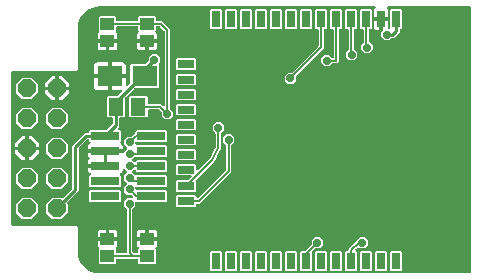
<source format=gtl>
G04 EAGLE Gerber RS-274X export*
G75*
%MOMM*%
%FSLAX34Y34*%
%LPD*%
%INTop Copper*%
%IPPOS*%
%AMOC8*
5,1,8,0,0,1.08239X$1,22.5*%
G01*
%ADD10R,2.150000X1.800000*%
%ADD11P,1.640903X8X112.500000*%
%ADD12R,1.422400X0.711200*%
%ADD13R,0.711200X1.422400*%
%ADD14R,1.300000X1.500000*%
%ADD15R,2.400000X0.760000*%
%ADD16R,1.150000X1.050000*%
%ADD17C,0.254000*%
%ADD18P,0.703554X8X22.500000*%
%ADD19C,0.152400*%

G36*
X390020Y2004D02*
X390020Y2004D01*
X390039Y2002D01*
X390141Y2024D01*
X390243Y2040D01*
X390260Y2050D01*
X390280Y2054D01*
X390369Y2107D01*
X390460Y2156D01*
X390474Y2170D01*
X390491Y2180D01*
X390558Y2259D01*
X390630Y2334D01*
X390638Y2352D01*
X390651Y2367D01*
X390690Y2463D01*
X390733Y2557D01*
X390735Y2577D01*
X390743Y2595D01*
X390761Y2762D01*
X390761Y227238D01*
X390758Y227258D01*
X390760Y227277D01*
X390738Y227379D01*
X390722Y227481D01*
X390712Y227498D01*
X390708Y227518D01*
X390655Y227607D01*
X390606Y227698D01*
X390592Y227712D01*
X390582Y227729D01*
X390503Y227796D01*
X390428Y227868D01*
X390410Y227876D01*
X390395Y227889D01*
X390299Y227928D01*
X390205Y227971D01*
X390185Y227973D01*
X390167Y227981D01*
X390000Y227999D01*
X320700Y227999D01*
X320629Y227988D01*
X320557Y227986D01*
X320508Y227968D01*
X320457Y227960D01*
X320394Y227926D01*
X320326Y227901D01*
X320285Y227869D01*
X320240Y227844D01*
X320190Y227793D01*
X320134Y227748D01*
X320106Y227704D01*
X320070Y227666D01*
X320040Y227601D01*
X320001Y227541D01*
X319988Y227490D01*
X319967Y227443D01*
X319959Y227372D01*
X319941Y227302D01*
X319945Y227250D01*
X319939Y227199D01*
X319955Y227128D01*
X319960Y227057D01*
X319981Y227009D01*
X319992Y226958D01*
X320029Y226897D01*
X320057Y226831D01*
X320101Y226775D01*
X320118Y226747D01*
X320136Y226732D01*
X320161Y226700D01*
X320689Y226172D01*
X321024Y225593D01*
X321197Y224946D01*
X321197Y219023D01*
X315862Y219023D01*
X315842Y219020D01*
X315823Y219022D01*
X315721Y219000D01*
X315619Y218983D01*
X315602Y218974D01*
X315582Y218970D01*
X315493Y218917D01*
X315402Y218868D01*
X315388Y218854D01*
X315371Y218844D01*
X315304Y218765D01*
X315233Y218690D01*
X315224Y218672D01*
X315211Y218657D01*
X315172Y218561D01*
X315129Y218467D01*
X315127Y218447D01*
X315119Y218429D01*
X315101Y218262D01*
X315101Y217499D01*
X315099Y217499D01*
X315099Y218262D01*
X315096Y218282D01*
X315098Y218301D01*
X315076Y218403D01*
X315059Y218505D01*
X315050Y218522D01*
X315046Y218542D01*
X314993Y218631D01*
X314944Y218722D01*
X314930Y218736D01*
X314920Y218753D01*
X314841Y218820D01*
X314766Y218891D01*
X314748Y218900D01*
X314733Y218913D01*
X314637Y218952D01*
X314543Y218995D01*
X314523Y218997D01*
X314505Y219005D01*
X314338Y219023D01*
X309003Y219023D01*
X309003Y224946D01*
X309176Y225593D01*
X309511Y226172D01*
X310039Y226700D01*
X310081Y226758D01*
X310130Y226810D01*
X310152Y226857D01*
X310182Y226899D01*
X310203Y226968D01*
X310233Y227033D01*
X310239Y227085D01*
X310255Y227135D01*
X310253Y227206D01*
X310261Y227277D01*
X310249Y227328D01*
X310248Y227380D01*
X310224Y227448D01*
X310208Y227518D01*
X310182Y227563D01*
X310164Y227611D01*
X310119Y227667D01*
X310082Y227729D01*
X310043Y227763D01*
X310010Y227803D01*
X309950Y227842D01*
X309895Y227889D01*
X309847Y227908D01*
X309803Y227936D01*
X309734Y227954D01*
X309667Y227981D01*
X309596Y227989D01*
X309565Y227997D01*
X309541Y227995D01*
X309500Y227999D01*
X76000Y227999D01*
X75978Y227996D01*
X75940Y227997D01*
X73244Y227785D01*
X73238Y227783D01*
X73232Y227784D01*
X73068Y227750D01*
X67939Y226083D01*
X67907Y226067D01*
X67872Y226058D01*
X67727Y225975D01*
X63363Y222805D01*
X63338Y222780D01*
X63308Y222761D01*
X63195Y222637D01*
X60025Y218273D01*
X60009Y218241D01*
X59986Y218214D01*
X59917Y218061D01*
X58250Y212932D01*
X58249Y212926D01*
X58247Y212921D01*
X58215Y212756D01*
X58003Y210060D01*
X58005Y210038D01*
X58001Y210000D01*
X58001Y174171D01*
X56829Y172999D01*
X2762Y172999D01*
X2742Y172996D01*
X2723Y172998D01*
X2621Y172976D01*
X2519Y172960D01*
X2502Y172950D01*
X2482Y172946D01*
X2393Y172893D01*
X2302Y172844D01*
X2288Y172830D01*
X2271Y172820D01*
X2204Y172741D01*
X2132Y172666D01*
X2124Y172648D01*
X2111Y172633D01*
X2072Y172537D01*
X2029Y172443D01*
X2027Y172423D01*
X2019Y172405D01*
X2001Y172238D01*
X2001Y42762D01*
X2004Y42742D01*
X2002Y42723D01*
X2024Y42621D01*
X2040Y42519D01*
X2050Y42502D01*
X2054Y42482D01*
X2107Y42393D01*
X2156Y42302D01*
X2170Y42288D01*
X2180Y42271D01*
X2259Y42204D01*
X2334Y42132D01*
X2352Y42124D01*
X2367Y42111D01*
X2463Y42072D01*
X2557Y42029D01*
X2577Y42027D01*
X2595Y42019D01*
X2762Y42001D01*
X56829Y42001D01*
X58001Y40829D01*
X58001Y20000D01*
X58004Y19978D01*
X58003Y19940D01*
X58215Y17244D01*
X58217Y17238D01*
X58216Y17232D01*
X58250Y17068D01*
X59917Y11939D01*
X59933Y11907D01*
X59942Y11872D01*
X60025Y11727D01*
X63195Y7363D01*
X63220Y7338D01*
X63239Y7308D01*
X63363Y7195D01*
X67727Y4025D01*
X67759Y4009D01*
X67786Y3986D01*
X67939Y3917D01*
X73068Y2250D01*
X73074Y2249D01*
X73079Y2247D01*
X73244Y2215D01*
X75940Y2003D01*
X75962Y2005D01*
X76000Y2001D01*
X390000Y2001D01*
X390020Y2004D01*
G37*
%LPC*%
G36*
X76878Y9999D02*
X76878Y9999D01*
X75999Y10878D01*
X75999Y22622D01*
X76129Y22751D01*
X76198Y22847D01*
X76269Y22944D01*
X76270Y22948D01*
X76272Y22951D01*
X76307Y23065D01*
X76344Y23178D01*
X76344Y23182D01*
X76345Y23186D01*
X76342Y23305D01*
X76340Y23424D01*
X76339Y23428D01*
X76338Y23432D01*
X76298Y23543D01*
X76258Y23656D01*
X76255Y23659D01*
X76254Y23663D01*
X76180Y23756D01*
X76106Y23850D01*
X76102Y23852D01*
X76100Y23855D01*
X76089Y23862D01*
X75971Y23949D01*
X75940Y23967D01*
X75467Y24440D01*
X75132Y25019D01*
X74959Y25666D01*
X74959Y29727D01*
X82488Y29727D01*
X82508Y29730D01*
X82527Y29728D01*
X82629Y29750D01*
X82731Y29767D01*
X82748Y29776D01*
X82768Y29780D01*
X82857Y29833D01*
X82948Y29882D01*
X82962Y29896D01*
X82979Y29906D01*
X83046Y29985D01*
X83117Y30060D01*
X83126Y30078D01*
X83139Y30093D01*
X83178Y30189D01*
X83221Y30283D01*
X83223Y30303D01*
X83231Y30321D01*
X83249Y30488D01*
X83249Y31251D01*
X83251Y31251D01*
X83251Y30488D01*
X83254Y30468D01*
X83252Y30449D01*
X83274Y30347D01*
X83291Y30245D01*
X83300Y30228D01*
X83304Y30208D01*
X83357Y30119D01*
X83406Y30028D01*
X83420Y30014D01*
X83430Y29997D01*
X83509Y29930D01*
X83584Y29859D01*
X83602Y29850D01*
X83617Y29837D01*
X83713Y29798D01*
X83807Y29755D01*
X83827Y29753D01*
X83845Y29745D01*
X84012Y29727D01*
X91541Y29727D01*
X91541Y25665D01*
X91368Y25019D01*
X91033Y24440D01*
X90560Y23967D01*
X90529Y23949D01*
X90499Y23925D01*
X90495Y23922D01*
X90489Y23916D01*
X90436Y23873D01*
X90344Y23799D01*
X90342Y23796D01*
X90338Y23793D01*
X90275Y23692D01*
X90211Y23592D01*
X90210Y23588D01*
X90208Y23585D01*
X90180Y23468D01*
X90151Y23354D01*
X90151Y23350D01*
X90150Y23346D01*
X90161Y23227D01*
X90170Y23109D01*
X90172Y23105D01*
X90172Y23101D01*
X90220Y22991D01*
X90266Y22882D01*
X90269Y22878D01*
X90271Y22875D01*
X90280Y22865D01*
X90371Y22751D01*
X90501Y22622D01*
X90501Y19774D01*
X90504Y19754D01*
X90502Y19735D01*
X90524Y19633D01*
X90540Y19531D01*
X90550Y19514D01*
X90554Y19494D01*
X90607Y19405D01*
X90656Y19314D01*
X90670Y19300D01*
X90680Y19283D01*
X90759Y19216D01*
X90834Y19144D01*
X90852Y19136D01*
X90867Y19123D01*
X90963Y19084D01*
X91057Y19041D01*
X91077Y19039D01*
X91095Y19031D01*
X91262Y19013D01*
X98976Y19013D01*
X98996Y19016D01*
X99015Y19014D01*
X99117Y19036D01*
X99219Y19052D01*
X99236Y19062D01*
X99256Y19066D01*
X99345Y19119D01*
X99436Y19168D01*
X99450Y19182D01*
X99467Y19192D01*
X99534Y19271D01*
X99606Y19346D01*
X99614Y19364D01*
X99627Y19379D01*
X99666Y19475D01*
X99709Y19569D01*
X99711Y19589D01*
X99719Y19607D01*
X99737Y19774D01*
X99737Y56229D01*
X99723Y56319D01*
X99715Y56410D01*
X99703Y56440D01*
X99698Y56472D01*
X99655Y56552D01*
X99619Y56636D01*
X99593Y56668D01*
X99582Y56689D01*
X99559Y56711D01*
X99514Y56767D01*
X97249Y59032D01*
X97249Y62968D01*
X100032Y65751D01*
X104211Y65751D01*
X104282Y65762D01*
X104354Y65764D01*
X104403Y65782D01*
X104454Y65790D01*
X104518Y65824D01*
X104585Y65849D01*
X104626Y65881D01*
X104672Y65906D01*
X104721Y65958D01*
X104777Y66002D01*
X104805Y66046D01*
X104841Y66084D01*
X104871Y66149D01*
X104910Y66209D01*
X104923Y66260D01*
X104945Y66307D01*
X104953Y66378D01*
X104970Y66448D01*
X104966Y66500D01*
X104972Y66551D01*
X104956Y66622D01*
X104951Y66693D01*
X104931Y66741D01*
X104919Y66792D01*
X104883Y66853D01*
X104855Y66919D01*
X104810Y66975D01*
X104793Y67003D01*
X104775Y67018D01*
X104750Y67050D01*
X103774Y68026D01*
X103700Y68079D01*
X103630Y68139D01*
X103600Y68151D01*
X103574Y68170D01*
X103487Y68197D01*
X103402Y68231D01*
X103361Y68235D01*
X103339Y68242D01*
X103307Y68241D01*
X103235Y68249D01*
X100032Y68249D01*
X97249Y71032D01*
X97249Y74968D01*
X99743Y77462D01*
X99755Y77478D01*
X99770Y77490D01*
X99827Y77578D01*
X99887Y77661D01*
X99893Y77680D01*
X99903Y77697D01*
X99929Y77798D01*
X99959Y77897D01*
X99959Y77916D01*
X99963Y77936D01*
X99955Y78039D01*
X99953Y78142D01*
X99946Y78161D01*
X99944Y78181D01*
X99904Y78276D01*
X99868Y78373D01*
X99856Y78389D01*
X99848Y78407D01*
X99743Y78538D01*
X97249Y81032D01*
X97249Y84968D01*
X99743Y87462D01*
X99755Y87478D01*
X99770Y87490D01*
X99827Y87578D01*
X99887Y87661D01*
X99893Y87680D01*
X99903Y87697D01*
X99929Y87798D01*
X99959Y87897D01*
X99959Y87916D01*
X99963Y87936D01*
X99955Y88039D01*
X99953Y88142D01*
X99946Y88161D01*
X99944Y88181D01*
X99904Y88276D01*
X99868Y88373D01*
X99856Y88389D01*
X99848Y88407D01*
X99768Y88507D01*
X99765Y88513D01*
X99761Y88516D01*
X99743Y88538D01*
X97340Y90941D01*
X97282Y90983D01*
X97230Y91032D01*
X97183Y91054D01*
X97141Y91085D01*
X97072Y91106D01*
X97007Y91136D01*
X96955Y91142D01*
X96905Y91157D01*
X96834Y91155D01*
X96763Y91163D01*
X96712Y91152D01*
X96660Y91151D01*
X96592Y91126D01*
X96522Y91111D01*
X96478Y91084D01*
X96429Y91066D01*
X96373Y91021D01*
X96311Y90985D01*
X96277Y90945D01*
X96237Y90913D01*
X96198Y90852D01*
X96151Y90798D01*
X96132Y90749D01*
X96104Y90706D01*
X96086Y90636D01*
X96059Y90570D01*
X96051Y90498D01*
X96043Y90467D01*
X96045Y90444D01*
X96041Y90403D01*
X96041Y88866D01*
X95868Y88219D01*
X95533Y87640D01*
X95060Y87167D01*
X94453Y86816D01*
X94413Y86798D01*
X94323Y86766D01*
X94301Y86748D01*
X94276Y86736D01*
X94206Y86671D01*
X94131Y86612D01*
X94116Y86588D01*
X94095Y86569D01*
X94050Y86485D01*
X93998Y86405D01*
X93991Y86378D01*
X93978Y86353D01*
X93961Y86259D01*
X93938Y86166D01*
X93940Y86138D01*
X93935Y86111D01*
X93950Y86016D01*
X93957Y85921D01*
X93968Y85895D01*
X93973Y85867D01*
X94016Y85783D01*
X94054Y85695D01*
X94076Y85667D01*
X94085Y85649D01*
X94109Y85626D01*
X94158Y85564D01*
X95001Y84722D01*
X95001Y75878D01*
X94122Y74999D01*
X68878Y74999D01*
X67999Y75878D01*
X67999Y84722D01*
X68842Y85564D01*
X68897Y85641D01*
X68958Y85714D01*
X68969Y85741D01*
X68985Y85764D01*
X69013Y85855D01*
X69048Y85944D01*
X69049Y85972D01*
X69057Y85999D01*
X69055Y86094D01*
X69060Y86189D01*
X69052Y86216D01*
X69051Y86245D01*
X69018Y86334D01*
X68992Y86426D01*
X68976Y86449D01*
X68967Y86476D01*
X68907Y86550D01*
X68853Y86629D01*
X68831Y86646D01*
X68813Y86668D01*
X68733Y86719D01*
X68657Y86777D01*
X68624Y86789D01*
X68606Y86801D01*
X68574Y86809D01*
X68532Y86825D01*
X67940Y87167D01*
X67467Y87640D01*
X67132Y88219D01*
X66959Y88866D01*
X66959Y91477D01*
X80738Y91477D01*
X80758Y91480D01*
X80777Y91478D01*
X80879Y91500D01*
X80981Y91517D01*
X80998Y91526D01*
X81018Y91530D01*
X81107Y91583D01*
X81198Y91632D01*
X81212Y91646D01*
X81229Y91656D01*
X81296Y91735D01*
X81367Y91810D01*
X81376Y91828D01*
X81389Y91843D01*
X81428Y91939D01*
X81471Y92033D01*
X81473Y92053D01*
X81481Y92071D01*
X81499Y92238D01*
X81499Y93001D01*
X82262Y93001D01*
X82282Y93004D01*
X82301Y93002D01*
X82403Y93024D01*
X82505Y93041D01*
X82522Y93050D01*
X82542Y93054D01*
X82631Y93107D01*
X82722Y93156D01*
X82736Y93170D01*
X82753Y93180D01*
X82820Y93259D01*
X82891Y93334D01*
X82900Y93352D01*
X82913Y93367D01*
X82952Y93463D01*
X82995Y93557D01*
X82997Y93577D01*
X83005Y93595D01*
X83023Y93762D01*
X83023Y104177D01*
X96488Y104177D01*
X96508Y104180D01*
X96527Y104178D01*
X96629Y104200D01*
X96731Y104217D01*
X96748Y104226D01*
X96768Y104230D01*
X96857Y104283D01*
X96948Y104332D01*
X96962Y104346D01*
X96979Y104356D01*
X97046Y104435D01*
X97118Y104510D01*
X97126Y104528D01*
X97139Y104543D01*
X97178Y104639D01*
X97221Y104733D01*
X97223Y104753D01*
X97231Y104771D01*
X97249Y104938D01*
X97249Y104968D01*
X99743Y107462D01*
X99755Y107478D01*
X99770Y107490D01*
X99827Y107578D01*
X99887Y107661D01*
X99893Y107680D01*
X99903Y107697D01*
X99929Y107798D01*
X99959Y107897D01*
X99959Y107916D01*
X99963Y107936D01*
X99955Y108039D01*
X99953Y108142D01*
X99946Y108161D01*
X99944Y108181D01*
X99904Y108276D01*
X99868Y108373D01*
X99856Y108389D01*
X99848Y108407D01*
X99743Y108538D01*
X97249Y111032D01*
X97249Y114968D01*
X100032Y117751D01*
X103235Y117751D01*
X103326Y117765D01*
X103416Y117773D01*
X103446Y117785D01*
X103478Y117790D01*
X103559Y117833D01*
X103643Y117869D01*
X103675Y117895D01*
X103696Y117906D01*
X103718Y117929D01*
X103774Y117974D01*
X106516Y120716D01*
X106518Y120716D01*
X106607Y120769D01*
X106698Y120818D01*
X106712Y120832D01*
X106729Y120842D01*
X106796Y120921D01*
X106868Y120996D01*
X106876Y121014D01*
X106889Y121029D01*
X106928Y121125D01*
X106971Y121219D01*
X106973Y121239D01*
X106981Y121257D01*
X106999Y121424D01*
X106999Y122822D01*
X107878Y123701D01*
X133122Y123701D01*
X134001Y122822D01*
X134001Y113978D01*
X133122Y113099D01*
X107766Y113099D01*
X107717Y113122D01*
X107665Y113128D01*
X107616Y113143D01*
X107544Y113141D01*
X107473Y113149D01*
X107422Y113138D01*
X107370Y113137D01*
X107302Y113112D01*
X107232Y113097D01*
X107188Y113070D01*
X107139Y113053D01*
X107083Y113008D01*
X107021Y112971D01*
X106987Y112931D01*
X106947Y112899D01*
X106908Y112839D01*
X106892Y112820D01*
X106882Y112810D01*
X106881Y112808D01*
X106861Y112784D01*
X106842Y112736D01*
X106814Y112692D01*
X106797Y112626D01*
X106779Y112587D01*
X106778Y112577D01*
X106769Y112556D01*
X106761Y112485D01*
X106753Y112454D01*
X106755Y112430D01*
X106751Y112389D01*
X106751Y111711D01*
X106762Y111640D01*
X106764Y111568D01*
X106782Y111519D01*
X106790Y111468D01*
X106824Y111405D01*
X106849Y111337D01*
X106881Y111297D01*
X106906Y111251D01*
X106958Y111201D01*
X107003Y111145D01*
X107046Y111117D01*
X107084Y111081D01*
X107149Y111051D01*
X107209Y111012D01*
X107260Y111000D01*
X107307Y110978D01*
X107378Y110970D01*
X107448Y110952D01*
X107500Y110956D01*
X107551Y110951D01*
X107622Y110966D01*
X107693Y110972D01*
X107741Y110992D01*
X107782Y111001D01*
X133122Y111001D01*
X134001Y110122D01*
X134001Y101278D01*
X133122Y100399D01*
X107878Y100399D01*
X107763Y100514D01*
X107689Y100567D01*
X107620Y100627D01*
X107590Y100639D01*
X107564Y100658D01*
X107477Y100685D01*
X107392Y100719D01*
X107351Y100723D01*
X107329Y100730D01*
X107296Y100729D01*
X107225Y100737D01*
X106771Y100737D01*
X106681Y100723D01*
X106590Y100715D01*
X106560Y100703D01*
X106528Y100698D01*
X106448Y100655D01*
X106364Y100619D01*
X106332Y100593D01*
X106311Y100582D01*
X106289Y100559D01*
X106233Y100514D01*
X104257Y98538D01*
X104245Y98522D01*
X104230Y98510D01*
X104174Y98422D01*
X104113Y98339D01*
X104107Y98320D01*
X104097Y98303D01*
X104071Y98202D01*
X104041Y98103D01*
X104041Y98084D01*
X104037Y98064D01*
X104045Y97961D01*
X104047Y97858D01*
X104054Y97839D01*
X104056Y97819D01*
X104096Y97724D01*
X104132Y97627D01*
X104144Y97611D01*
X104152Y97593D01*
X104257Y97462D01*
X105700Y96019D01*
X105758Y95977D01*
X105810Y95928D01*
X105857Y95906D01*
X105899Y95875D01*
X105968Y95854D01*
X106033Y95824D01*
X106085Y95818D01*
X106135Y95803D01*
X106206Y95805D01*
X106277Y95797D01*
X106328Y95808D01*
X106380Y95809D01*
X106448Y95834D01*
X106518Y95849D01*
X106563Y95876D01*
X106611Y95894D01*
X106667Y95939D01*
X106729Y95975D01*
X106763Y96015D01*
X106803Y96047D01*
X106842Y96108D01*
X106889Y96162D01*
X106908Y96211D01*
X106936Y96254D01*
X106954Y96324D01*
X106981Y96390D01*
X106989Y96462D01*
X106997Y96493D01*
X106995Y96516D01*
X106999Y96557D01*
X106999Y97422D01*
X107878Y98301D01*
X133122Y98301D01*
X134001Y97422D01*
X134001Y88578D01*
X133122Y87699D01*
X107878Y87699D01*
X106999Y88578D01*
X106999Y89443D01*
X106988Y89514D01*
X106986Y89585D01*
X106968Y89634D01*
X106960Y89686D01*
X106926Y89749D01*
X106901Y89816D01*
X106869Y89857D01*
X106844Y89903D01*
X106793Y89952D01*
X106748Y90008D01*
X106704Y90037D01*
X106666Y90072D01*
X106601Y90103D01*
X106541Y90141D01*
X106490Y90154D01*
X106443Y90176D01*
X106372Y90184D01*
X106302Y90201D01*
X106250Y90197D01*
X106199Y90203D01*
X106128Y90188D01*
X106057Y90182D01*
X106009Y90162D01*
X105958Y90151D01*
X105897Y90114D01*
X105831Y90086D01*
X105775Y90041D01*
X105747Y90025D01*
X105732Y90007D01*
X105700Y89981D01*
X104257Y88538D01*
X104245Y88522D01*
X104230Y88510D01*
X104199Y88462D01*
X104188Y88450D01*
X104178Y88429D01*
X104173Y88422D01*
X104113Y88339D01*
X104107Y88320D01*
X104097Y88303D01*
X104071Y88202D01*
X104041Y88103D01*
X104041Y88084D01*
X104037Y88064D01*
X104045Y87961D01*
X104047Y87858D01*
X104054Y87839D01*
X104056Y87819D01*
X104096Y87724D01*
X104132Y87627D01*
X104144Y87611D01*
X104152Y87593D01*
X104257Y87462D01*
X106460Y85259D01*
X106476Y85247D01*
X106488Y85232D01*
X106576Y85176D01*
X106660Y85115D01*
X106679Y85109D01*
X106695Y85099D01*
X106796Y85073D01*
X106895Y85043D01*
X106915Y85043D01*
X106934Y85038D01*
X107037Y85047D01*
X107141Y85049D01*
X107159Y85056D01*
X107179Y85058D01*
X107274Y85098D01*
X107372Y85134D01*
X107387Y85146D01*
X107405Y85154D01*
X107536Y85259D01*
X107878Y85601D01*
X133122Y85601D01*
X134001Y84722D01*
X134001Y75878D01*
X133122Y74999D01*
X107766Y74999D01*
X107717Y75022D01*
X107665Y75028D01*
X107616Y75043D01*
X107544Y75041D01*
X107473Y75049D01*
X107422Y75038D01*
X107370Y75037D01*
X107302Y75012D01*
X107232Y74997D01*
X107188Y74970D01*
X107139Y74953D01*
X107083Y74908D01*
X107021Y74871D01*
X106987Y74831D01*
X106947Y74799D01*
X106908Y74739D01*
X106861Y74684D01*
X106842Y74636D01*
X106814Y74592D01*
X106796Y74522D01*
X106769Y74456D01*
X106761Y74385D01*
X106753Y74354D01*
X106755Y74330D01*
X106751Y74289D01*
X106751Y73611D01*
X106762Y73540D01*
X106764Y73468D01*
X106782Y73419D01*
X106790Y73368D01*
X106824Y73305D01*
X106849Y73237D01*
X106881Y73197D01*
X106906Y73151D01*
X106958Y73101D01*
X107003Y73045D01*
X107046Y73017D01*
X107084Y72981D01*
X107149Y72951D01*
X107209Y72912D01*
X107260Y72900D01*
X107307Y72878D01*
X107378Y72870D01*
X107448Y72852D01*
X107500Y72856D01*
X107551Y72851D01*
X107622Y72866D01*
X107693Y72872D01*
X107741Y72892D01*
X107782Y72901D01*
X133122Y72901D01*
X134001Y72022D01*
X134001Y63178D01*
X133122Y62299D01*
X107766Y62299D01*
X107717Y62322D01*
X107665Y62328D01*
X107616Y62343D01*
X107544Y62341D01*
X107473Y62349D01*
X107422Y62338D01*
X107370Y62337D01*
X107302Y62312D01*
X107232Y62297D01*
X107188Y62270D01*
X107139Y62253D01*
X107083Y62208D01*
X107021Y62171D01*
X106987Y62131D01*
X106947Y62099D01*
X106908Y62039D01*
X106861Y61984D01*
X106842Y61936D01*
X106814Y61892D01*
X106796Y61822D01*
X106769Y61756D01*
X106761Y61685D01*
X106753Y61654D01*
X106755Y61630D01*
X106751Y61589D01*
X106751Y59032D01*
X104486Y56767D01*
X104433Y56693D01*
X104373Y56624D01*
X104361Y56594D01*
X104342Y56567D01*
X104315Y56480D01*
X104281Y56396D01*
X104277Y56355D01*
X104270Y56332D01*
X104271Y56300D01*
X104263Y56229D01*
X104263Y20753D01*
X104277Y20662D01*
X104285Y20572D01*
X104297Y20542D01*
X104302Y20510D01*
X104345Y20429D01*
X104381Y20345D01*
X104407Y20313D01*
X104418Y20292D01*
X104441Y20270D01*
X104486Y20214D01*
X105464Y19236D01*
X105538Y19183D01*
X105608Y19123D01*
X105638Y19111D01*
X105664Y19092D01*
X105751Y19065D01*
X105836Y19031D01*
X105877Y19027D01*
X105899Y19020D01*
X105931Y19021D01*
X106003Y19013D01*
X108738Y19013D01*
X108758Y19016D01*
X108777Y19014D01*
X108879Y19036D01*
X108981Y19052D01*
X108998Y19062D01*
X109018Y19066D01*
X109107Y19119D01*
X109198Y19168D01*
X109212Y19182D01*
X109229Y19192D01*
X109296Y19271D01*
X109368Y19346D01*
X109376Y19364D01*
X109389Y19379D01*
X109428Y19475D01*
X109471Y19569D01*
X109473Y19589D01*
X109481Y19607D01*
X109499Y19774D01*
X109499Y22622D01*
X109629Y22751D01*
X109698Y22848D01*
X109769Y22944D01*
X109770Y22948D01*
X109772Y22951D01*
X109807Y23064D01*
X109844Y23178D01*
X109844Y23182D01*
X109845Y23186D01*
X109842Y23305D01*
X109840Y23424D01*
X109839Y23428D01*
X109838Y23432D01*
X109797Y23545D01*
X109758Y23656D01*
X109755Y23659D01*
X109754Y23663D01*
X109679Y23757D01*
X109606Y23850D01*
X109602Y23852D01*
X109600Y23855D01*
X109589Y23863D01*
X109471Y23949D01*
X109440Y23967D01*
X108967Y24440D01*
X108632Y25019D01*
X108459Y25666D01*
X108459Y29727D01*
X115988Y29727D01*
X116008Y29730D01*
X116027Y29728D01*
X116129Y29750D01*
X116231Y29767D01*
X116248Y29776D01*
X116268Y29780D01*
X116357Y29833D01*
X116448Y29882D01*
X116462Y29896D01*
X116479Y29906D01*
X116546Y29985D01*
X116617Y30060D01*
X116626Y30078D01*
X116639Y30093D01*
X116678Y30189D01*
X116721Y30283D01*
X116723Y30303D01*
X116731Y30321D01*
X116749Y30488D01*
X116749Y31251D01*
X116751Y31251D01*
X116751Y30488D01*
X116754Y30468D01*
X116752Y30449D01*
X116774Y30347D01*
X116791Y30245D01*
X116800Y30228D01*
X116804Y30208D01*
X116857Y30119D01*
X116906Y30028D01*
X116920Y30014D01*
X116930Y29997D01*
X117009Y29930D01*
X117084Y29859D01*
X117102Y29850D01*
X117117Y29837D01*
X117213Y29798D01*
X117307Y29755D01*
X117327Y29753D01*
X117345Y29745D01*
X117512Y29727D01*
X125041Y29727D01*
X125041Y25665D01*
X124868Y25019D01*
X124533Y24440D01*
X124060Y23967D01*
X124029Y23949D01*
X123999Y23925D01*
X123995Y23922D01*
X123989Y23916D01*
X123938Y23874D01*
X123844Y23799D01*
X123842Y23796D01*
X123838Y23793D01*
X123775Y23693D01*
X123711Y23592D01*
X123710Y23588D01*
X123708Y23585D01*
X123680Y23469D01*
X123651Y23354D01*
X123651Y23350D01*
X123650Y23346D01*
X123661Y23226D01*
X123670Y23109D01*
X123672Y23105D01*
X123672Y23101D01*
X123721Y22989D01*
X123766Y22882D01*
X123769Y22878D01*
X123771Y22875D01*
X123780Y22865D01*
X123871Y22751D01*
X124001Y22622D01*
X124001Y10878D01*
X123122Y9999D01*
X110378Y9999D01*
X109499Y10878D01*
X109499Y13726D01*
X109496Y13746D01*
X109498Y13765D01*
X109476Y13867D01*
X109460Y13969D01*
X109450Y13986D01*
X109446Y14006D01*
X109393Y14095D01*
X109344Y14186D01*
X109330Y14200D01*
X109320Y14217D01*
X109241Y14284D01*
X109166Y14356D01*
X109148Y14364D01*
X109133Y14377D01*
X109037Y14416D01*
X108943Y14459D01*
X108923Y14461D01*
X108905Y14469D01*
X108738Y14487D01*
X91262Y14487D01*
X91242Y14484D01*
X91223Y14486D01*
X91121Y14464D01*
X91019Y14448D01*
X91002Y14438D01*
X90982Y14434D01*
X90893Y14381D01*
X90802Y14332D01*
X90788Y14318D01*
X90771Y14308D01*
X90704Y14229D01*
X90632Y14154D01*
X90624Y14136D01*
X90611Y14121D01*
X90572Y14025D01*
X90529Y13931D01*
X90527Y13911D01*
X90519Y13893D01*
X90501Y13726D01*
X90501Y10878D01*
X89622Y9999D01*
X76878Y9999D01*
G37*
%LPD*%
%LPC*%
G36*
X36609Y47889D02*
X36609Y47889D01*
X31289Y53209D01*
X31289Y60731D01*
X36609Y66051D01*
X44131Y66051D01*
X44294Y65889D01*
X44310Y65877D01*
X44322Y65861D01*
X44409Y65805D01*
X44493Y65745D01*
X44512Y65739D01*
X44529Y65728D01*
X44629Y65703D01*
X44728Y65673D01*
X44748Y65673D01*
X44768Y65668D01*
X44871Y65676D01*
X44974Y65679D01*
X44993Y65686D01*
X45013Y65687D01*
X45108Y65728D01*
X45205Y65763D01*
X45221Y65776D01*
X45239Y65784D01*
X45370Y65889D01*
X53006Y73525D01*
X53059Y73599D01*
X53119Y73668D01*
X53131Y73698D01*
X53150Y73724D01*
X53177Y73811D01*
X53211Y73896D01*
X53215Y73937D01*
X53222Y73960D01*
X53221Y73992D01*
X53229Y74063D01*
X53229Y110148D01*
X64252Y121171D01*
X67238Y121171D01*
X67258Y121174D01*
X67277Y121172D01*
X67379Y121194D01*
X67481Y121210D01*
X67498Y121220D01*
X67518Y121224D01*
X67607Y121277D01*
X67698Y121326D01*
X67712Y121340D01*
X67729Y121350D01*
X67796Y121429D01*
X67868Y121504D01*
X67876Y121522D01*
X67889Y121537D01*
X67928Y121633D01*
X67971Y121727D01*
X67973Y121747D01*
X67981Y121765D01*
X67999Y121932D01*
X67999Y122822D01*
X68878Y123701D01*
X82567Y123701D01*
X82657Y123715D01*
X82748Y123723D01*
X82778Y123735D01*
X82810Y123740D01*
X82890Y123783D01*
X82974Y123819D01*
X83006Y123845D01*
X83027Y123856D01*
X83049Y123879D01*
X83105Y123924D01*
X87506Y128325D01*
X87559Y128399D01*
X87619Y128468D01*
X87631Y128498D01*
X87650Y128524D01*
X87677Y128612D01*
X87711Y128696D01*
X87715Y128737D01*
X87722Y128760D01*
X87721Y128792D01*
X87729Y128863D01*
X87729Y133238D01*
X87726Y133258D01*
X87728Y133277D01*
X87706Y133379D01*
X87690Y133481D01*
X87680Y133498D01*
X87676Y133518D01*
X87623Y133607D01*
X87574Y133698D01*
X87560Y133712D01*
X87550Y133729D01*
X87471Y133796D01*
X87396Y133868D01*
X87378Y133876D01*
X87363Y133889D01*
X87267Y133928D01*
X87173Y133971D01*
X87153Y133973D01*
X87135Y133981D01*
X86968Y133999D01*
X83378Y133999D01*
X82499Y134878D01*
X82499Y151122D01*
X83378Y152001D01*
X91267Y152001D01*
X91357Y152015D01*
X91448Y152023D01*
X91478Y152035D01*
X91510Y152040D01*
X91590Y152083D01*
X91674Y152119D01*
X91706Y152145D01*
X91727Y152156D01*
X91749Y152179D01*
X91805Y152224D01*
X95741Y156160D01*
X95783Y156218D01*
X95833Y156270D01*
X95855Y156317D01*
X95885Y156359D01*
X95906Y156428D01*
X95936Y156493D01*
X95942Y156545D01*
X95957Y156595D01*
X95955Y156666D01*
X95963Y156737D01*
X95952Y156788D01*
X95951Y156840D01*
X95926Y156908D01*
X95911Y156978D01*
X95884Y157022D01*
X95866Y157071D01*
X95822Y157127D01*
X95785Y157189D01*
X95745Y157223D01*
X95713Y157263D01*
X95652Y157302D01*
X95598Y157349D01*
X95550Y157368D01*
X95506Y157396D01*
X95436Y157414D01*
X95370Y157441D01*
X95298Y157449D01*
X95267Y157457D01*
X95244Y157455D01*
X95203Y157459D01*
X86773Y157459D01*
X86773Y167477D01*
X98541Y167477D01*
X98541Y160797D01*
X98552Y160726D01*
X98554Y160655D01*
X98572Y160606D01*
X98580Y160554D01*
X98614Y160491D01*
X98639Y160424D01*
X98671Y160383D01*
X98696Y160337D01*
X98748Y160287D01*
X98792Y160231D01*
X98836Y160203D01*
X98874Y160167D01*
X98939Y160137D01*
X98999Y160098D01*
X99050Y160086D01*
X99097Y160064D01*
X99168Y160056D01*
X99238Y160038D01*
X99290Y160042D01*
X99341Y160037D01*
X99412Y160052D01*
X99483Y160058D01*
X99531Y160078D01*
X99582Y160089D01*
X99643Y160126D01*
X99709Y160154D01*
X99765Y160199D01*
X99793Y160215D01*
X99808Y160233D01*
X99840Y160259D01*
X102276Y162695D01*
X102329Y162769D01*
X102389Y162838D01*
X102401Y162868D01*
X102420Y162894D01*
X102447Y162982D01*
X102481Y163066D01*
X102485Y163107D01*
X102492Y163130D01*
X102491Y163162D01*
X102499Y163233D01*
X102499Y178622D01*
X103378Y179501D01*
X115017Y179501D01*
X115107Y179515D01*
X115198Y179523D01*
X115228Y179535D01*
X115260Y179540D01*
X115340Y179583D01*
X115424Y179619D01*
X115456Y179645D01*
X115477Y179656D01*
X115499Y179679D01*
X115555Y179724D01*
X118026Y182195D01*
X118079Y182269D01*
X118139Y182338D01*
X118151Y182368D01*
X118170Y182394D01*
X118197Y182481D01*
X118231Y182566D01*
X118235Y182607D01*
X118242Y182630D01*
X118241Y182662D01*
X118249Y182733D01*
X118249Y184968D01*
X121032Y187751D01*
X124968Y187751D01*
X127751Y184968D01*
X127751Y181032D01*
X126709Y179990D01*
X126697Y179974D01*
X126682Y179962D01*
X126626Y179874D01*
X126565Y179790D01*
X126559Y179771D01*
X126549Y179755D01*
X126523Y179654D01*
X126493Y179555D01*
X126493Y179535D01*
X126488Y179516D01*
X126497Y179413D01*
X126499Y179309D01*
X126506Y179291D01*
X126508Y179271D01*
X126548Y179176D01*
X126584Y179078D01*
X126596Y179063D01*
X126604Y179045D01*
X126709Y178914D01*
X127001Y178622D01*
X127001Y159378D01*
X126122Y158499D01*
X106233Y158499D01*
X106143Y158485D01*
X106052Y158477D01*
X106022Y158465D01*
X105990Y158460D01*
X105910Y158417D01*
X105826Y158381D01*
X105794Y158355D01*
X105773Y158344D01*
X105751Y158321D01*
X105695Y158276D01*
X98724Y151305D01*
X98671Y151231D01*
X98611Y151162D01*
X98599Y151132D01*
X98580Y151106D01*
X98553Y151019D01*
X98519Y150934D01*
X98515Y150893D01*
X98508Y150870D01*
X98509Y150838D01*
X98501Y150767D01*
X98501Y134878D01*
X97622Y133999D01*
X94032Y133999D01*
X94012Y133996D01*
X93993Y133998D01*
X93891Y133976D01*
X93789Y133960D01*
X93772Y133950D01*
X93752Y133946D01*
X93663Y133893D01*
X93572Y133844D01*
X93558Y133830D01*
X93541Y133820D01*
X93474Y133741D01*
X93402Y133666D01*
X93394Y133648D01*
X93381Y133633D01*
X93342Y133537D01*
X93299Y133443D01*
X93297Y133423D01*
X93289Y133405D01*
X93271Y133238D01*
X93271Y126252D01*
X92019Y125000D01*
X91977Y124942D01*
X91927Y124890D01*
X91906Y124843D01*
X91875Y124801D01*
X91854Y124732D01*
X91824Y124667D01*
X91818Y124615D01*
X91803Y124565D01*
X91805Y124494D01*
X91797Y124423D01*
X91808Y124372D01*
X91809Y124320D01*
X91834Y124252D01*
X91849Y124182D01*
X91876Y124137D01*
X91894Y124089D01*
X91938Y124033D01*
X91975Y123971D01*
X92015Y123937D01*
X92047Y123897D01*
X92108Y123858D01*
X92162Y123811D01*
X92210Y123792D01*
X92254Y123764D01*
X92324Y123746D01*
X92390Y123719D01*
X92462Y123711D01*
X92493Y123703D01*
X92516Y123705D01*
X92557Y123701D01*
X94122Y123701D01*
X95001Y122822D01*
X95001Y113978D01*
X94158Y113136D01*
X94103Y113059D01*
X94042Y112986D01*
X94031Y112959D01*
X94015Y112936D01*
X93987Y112845D01*
X93952Y112756D01*
X93951Y112728D01*
X93943Y112701D01*
X93945Y112606D01*
X93940Y112511D01*
X93948Y112484D01*
X93949Y112455D01*
X93982Y112366D01*
X94008Y112274D01*
X94024Y112251D01*
X94033Y112224D01*
X94093Y112150D01*
X94147Y112071D01*
X94169Y112054D01*
X94187Y112032D01*
X94267Y111981D01*
X94343Y111923D01*
X94376Y111911D01*
X94394Y111899D01*
X94426Y111891D01*
X94468Y111875D01*
X95060Y111533D01*
X95533Y111060D01*
X95829Y110548D01*
X95859Y110511D01*
X95881Y110469D01*
X95889Y110415D01*
X95891Y110393D01*
X95894Y110387D01*
X95895Y110377D01*
X96041Y109834D01*
X96041Y107223D01*
X82262Y107223D01*
X82242Y107220D01*
X82223Y107222D01*
X82121Y107200D01*
X82019Y107183D01*
X82002Y107174D01*
X81982Y107170D01*
X81893Y107117D01*
X81802Y107068D01*
X81788Y107054D01*
X81771Y107044D01*
X81704Y106965D01*
X81633Y106890D01*
X81624Y106872D01*
X81611Y106857D01*
X81572Y106761D01*
X81529Y106667D01*
X81527Y106647D01*
X81519Y106629D01*
X81501Y106462D01*
X81501Y105699D01*
X81499Y105699D01*
X81499Y106462D01*
X81496Y106482D01*
X81498Y106501D01*
X81476Y106603D01*
X81459Y106705D01*
X81450Y106722D01*
X81446Y106742D01*
X81393Y106831D01*
X81344Y106922D01*
X81330Y106936D01*
X81320Y106953D01*
X81241Y107020D01*
X81166Y107091D01*
X81148Y107100D01*
X81133Y107113D01*
X81037Y107152D01*
X80943Y107195D01*
X80923Y107197D01*
X80905Y107205D01*
X80738Y107223D01*
X66959Y107223D01*
X66959Y109834D01*
X67132Y110481D01*
X67467Y111060D01*
X67940Y111533D01*
X68547Y111884D01*
X68587Y111902D01*
X68677Y111934D01*
X68699Y111952D01*
X68724Y111964D01*
X68794Y112029D01*
X68869Y112088D01*
X68884Y112112D01*
X68905Y112131D01*
X68950Y112215D01*
X69002Y112295D01*
X69009Y112322D01*
X69022Y112347D01*
X69039Y112441D01*
X69062Y112534D01*
X69060Y112562D01*
X69065Y112589D01*
X69050Y112684D01*
X69043Y112779D01*
X69032Y112805D01*
X69027Y112833D01*
X68984Y112917D01*
X68946Y113005D01*
X68924Y113033D01*
X68915Y113051D01*
X68891Y113074D01*
X68842Y113136D01*
X67999Y113978D01*
X67999Y114868D01*
X67996Y114888D01*
X67998Y114907D01*
X67976Y115009D01*
X67960Y115111D01*
X67950Y115128D01*
X67946Y115148D01*
X67893Y115237D01*
X67844Y115328D01*
X67830Y115342D01*
X67820Y115359D01*
X67741Y115426D01*
X67666Y115498D01*
X67648Y115506D01*
X67633Y115519D01*
X67537Y115558D01*
X67443Y115601D01*
X67423Y115603D01*
X67405Y115611D01*
X67238Y115629D01*
X66863Y115629D01*
X66773Y115615D01*
X66682Y115607D01*
X66652Y115595D01*
X66620Y115590D01*
X66540Y115547D01*
X66456Y115511D01*
X66424Y115485D01*
X66403Y115474D01*
X66381Y115451D01*
X66325Y115406D01*
X58994Y108075D01*
X58941Y108001D01*
X58881Y107932D01*
X58869Y107902D01*
X58850Y107876D01*
X58823Y107789D01*
X58789Y107704D01*
X58785Y107663D01*
X58778Y107640D01*
X58779Y107608D01*
X58771Y107537D01*
X58771Y71452D01*
X56925Y69606D01*
X49289Y61970D01*
X49277Y61954D01*
X49261Y61941D01*
X49205Y61854D01*
X49145Y61770D01*
X49139Y61751D01*
X49128Y61735D01*
X49103Y61634D01*
X49073Y61535D01*
X49073Y61515D01*
X49068Y61496D01*
X49076Y61393D01*
X49079Y61289D01*
X49086Y61271D01*
X49087Y61251D01*
X49128Y61156D01*
X49163Y61058D01*
X49176Y61043D01*
X49184Y61024D01*
X49289Y60894D01*
X49451Y60731D01*
X49451Y53209D01*
X44131Y47889D01*
X36609Y47889D01*
G37*
%LPD*%
%LPC*%
G36*
X132032Y132249D02*
X132032Y132249D01*
X129249Y135032D01*
X129249Y138235D01*
X129235Y138326D01*
X129227Y138416D01*
X129215Y138446D01*
X129210Y138478D01*
X129167Y138559D01*
X129131Y138643D01*
X129105Y138675D01*
X129094Y138696D01*
X129071Y138718D01*
X129026Y138774D01*
X127286Y140514D01*
X127212Y140567D01*
X127142Y140627D01*
X127112Y140639D01*
X127086Y140658D01*
X126999Y140685D01*
X126914Y140719D01*
X126873Y140723D01*
X126851Y140730D01*
X126819Y140729D01*
X126747Y140737D01*
X118262Y140737D01*
X118242Y140734D01*
X118223Y140736D01*
X118121Y140714D01*
X118019Y140698D01*
X118002Y140688D01*
X117982Y140684D01*
X117893Y140631D01*
X117802Y140582D01*
X117788Y140568D01*
X117771Y140558D01*
X117704Y140479D01*
X117632Y140404D01*
X117624Y140386D01*
X117611Y140371D01*
X117572Y140275D01*
X117529Y140181D01*
X117527Y140161D01*
X117519Y140143D01*
X117501Y139976D01*
X117501Y134878D01*
X116622Y133999D01*
X102378Y133999D01*
X101499Y134878D01*
X101499Y151122D01*
X102378Y152001D01*
X116622Y152001D01*
X117501Y151122D01*
X117501Y146024D01*
X117504Y146004D01*
X117502Y145985D01*
X117524Y145883D01*
X117540Y145781D01*
X117550Y145764D01*
X117554Y145744D01*
X117607Y145655D01*
X117656Y145564D01*
X117670Y145550D01*
X117680Y145533D01*
X117759Y145466D01*
X117834Y145394D01*
X117852Y145386D01*
X117867Y145373D01*
X117963Y145334D01*
X118057Y145291D01*
X118077Y145289D01*
X118095Y145281D01*
X118262Y145263D01*
X128937Y145263D01*
X130438Y143762D01*
X130496Y143720D01*
X130548Y143671D01*
X130595Y143649D01*
X130637Y143619D01*
X130706Y143598D01*
X130771Y143567D01*
X130823Y143562D01*
X130873Y143546D01*
X130944Y143548D01*
X131015Y143540D01*
X131066Y143551D01*
X131118Y143553D01*
X131186Y143577D01*
X131256Y143593D01*
X131301Y143619D01*
X131349Y143637D01*
X131405Y143682D01*
X131467Y143719D01*
X131501Y143758D01*
X131541Y143791D01*
X131580Y143851D01*
X131627Y143906D01*
X131646Y143954D01*
X131674Y143998D01*
X131692Y144067D01*
X131719Y144134D01*
X131727Y144205D01*
X131735Y144236D01*
X131733Y144260D01*
X131737Y144301D01*
X131737Y206747D01*
X131723Y206838D01*
X131715Y206928D01*
X131703Y206958D01*
X131698Y206990D01*
X131655Y207071D01*
X131619Y207155D01*
X131593Y207187D01*
X131582Y207208D01*
X131559Y207230D01*
X131514Y207286D01*
X128036Y210764D01*
X127962Y210817D01*
X127892Y210877D01*
X127862Y210889D01*
X127836Y210908D01*
X127749Y210935D01*
X127664Y210969D01*
X127623Y210973D01*
X127601Y210980D01*
X127569Y210979D01*
X127497Y210987D01*
X124762Y210987D01*
X124742Y210984D01*
X124723Y210986D01*
X124621Y210964D01*
X124519Y210948D01*
X124502Y210938D01*
X124482Y210934D01*
X124393Y210881D01*
X124302Y210832D01*
X124288Y210818D01*
X124271Y210808D01*
X124204Y210729D01*
X124132Y210654D01*
X124124Y210636D01*
X124111Y210621D01*
X124072Y210525D01*
X124029Y210431D01*
X124027Y210411D01*
X124019Y210393D01*
X124001Y210226D01*
X124001Y207378D01*
X123871Y207249D01*
X123802Y207152D01*
X123731Y207056D01*
X123730Y207052D01*
X123728Y207049D01*
X123693Y206936D01*
X123656Y206822D01*
X123656Y206818D01*
X123655Y206814D01*
X123658Y206695D01*
X123660Y206576D01*
X123661Y206572D01*
X123662Y206568D01*
X123703Y206455D01*
X123742Y206344D01*
X123745Y206341D01*
X123746Y206337D01*
X123821Y206243D01*
X123894Y206150D01*
X123898Y206148D01*
X123900Y206145D01*
X123911Y206137D01*
X124029Y206051D01*
X124060Y206033D01*
X124533Y205560D01*
X124868Y204981D01*
X125041Y204334D01*
X125041Y200273D01*
X117512Y200273D01*
X117492Y200270D01*
X117473Y200272D01*
X117371Y200250D01*
X117269Y200233D01*
X117252Y200224D01*
X117232Y200220D01*
X117143Y200167D01*
X117052Y200118D01*
X117038Y200104D01*
X117021Y200094D01*
X116954Y200015D01*
X116883Y199940D01*
X116874Y199922D01*
X116861Y199907D01*
X116822Y199811D01*
X116779Y199717D01*
X116777Y199697D01*
X116769Y199679D01*
X116751Y199512D01*
X116751Y198749D01*
X116749Y198749D01*
X116749Y199512D01*
X116746Y199532D01*
X116748Y199551D01*
X116726Y199653D01*
X116709Y199755D01*
X116700Y199772D01*
X116696Y199792D01*
X116643Y199881D01*
X116594Y199972D01*
X116580Y199986D01*
X116570Y200003D01*
X116491Y200070D01*
X116416Y200141D01*
X116398Y200150D01*
X116383Y200163D01*
X116287Y200202D01*
X116193Y200245D01*
X116173Y200247D01*
X116155Y200255D01*
X115988Y200273D01*
X108459Y200273D01*
X108459Y204334D01*
X108632Y204981D01*
X108967Y205560D01*
X109440Y206033D01*
X109471Y206051D01*
X109562Y206126D01*
X109656Y206201D01*
X109658Y206204D01*
X109662Y206207D01*
X109725Y206307D01*
X109789Y206408D01*
X109790Y206412D01*
X109792Y206415D01*
X109820Y206531D01*
X109849Y206646D01*
X109849Y206650D01*
X109850Y206654D01*
X109839Y206774D01*
X109830Y206891D01*
X109828Y206895D01*
X109828Y206899D01*
X109780Y207009D01*
X109734Y207118D01*
X109731Y207122D01*
X109729Y207125D01*
X109720Y207135D01*
X109629Y207249D01*
X109499Y207378D01*
X109499Y210226D01*
X109496Y210246D01*
X109498Y210265D01*
X109476Y210367D01*
X109460Y210469D01*
X109450Y210486D01*
X109446Y210506D01*
X109393Y210595D01*
X109344Y210686D01*
X109330Y210700D01*
X109320Y210717D01*
X109241Y210784D01*
X109166Y210856D01*
X109148Y210864D01*
X109133Y210877D01*
X109037Y210916D01*
X108943Y210959D01*
X108923Y210961D01*
X108905Y210969D01*
X108738Y210987D01*
X91262Y210987D01*
X91242Y210984D01*
X91223Y210986D01*
X91121Y210964D01*
X91019Y210948D01*
X91002Y210938D01*
X90982Y210934D01*
X90893Y210881D01*
X90802Y210832D01*
X90788Y210818D01*
X90771Y210808D01*
X90704Y210729D01*
X90632Y210654D01*
X90624Y210636D01*
X90611Y210621D01*
X90572Y210525D01*
X90529Y210431D01*
X90527Y210411D01*
X90519Y210393D01*
X90501Y210226D01*
X90501Y207378D01*
X90371Y207249D01*
X90302Y207153D01*
X90231Y207056D01*
X90230Y207052D01*
X90228Y207049D01*
X90193Y206935D01*
X90156Y206822D01*
X90156Y206818D01*
X90155Y206814D01*
X90158Y206694D01*
X90160Y206576D01*
X90161Y206572D01*
X90162Y206568D01*
X90202Y206456D01*
X90242Y206344D01*
X90245Y206341D01*
X90246Y206337D01*
X90320Y206244D01*
X90394Y206150D01*
X90398Y206148D01*
X90400Y206145D01*
X90411Y206138D01*
X90529Y206051D01*
X90560Y206033D01*
X91033Y205560D01*
X91368Y204981D01*
X91541Y204334D01*
X91541Y200273D01*
X84012Y200273D01*
X83992Y200270D01*
X83973Y200272D01*
X83871Y200250D01*
X83769Y200233D01*
X83752Y200224D01*
X83732Y200220D01*
X83643Y200167D01*
X83552Y200118D01*
X83538Y200104D01*
X83521Y200094D01*
X83454Y200015D01*
X83383Y199940D01*
X83374Y199922D01*
X83361Y199907D01*
X83322Y199811D01*
X83279Y199717D01*
X83277Y199697D01*
X83269Y199679D01*
X83251Y199512D01*
X83251Y198749D01*
X83249Y198749D01*
X83249Y199512D01*
X83246Y199532D01*
X83248Y199551D01*
X83226Y199653D01*
X83209Y199755D01*
X83200Y199772D01*
X83196Y199792D01*
X83143Y199881D01*
X83094Y199972D01*
X83080Y199986D01*
X83070Y200003D01*
X82991Y200070D01*
X82916Y200141D01*
X82898Y200150D01*
X82883Y200163D01*
X82787Y200202D01*
X82693Y200245D01*
X82673Y200247D01*
X82655Y200255D01*
X82488Y200273D01*
X74959Y200273D01*
X74959Y204334D01*
X75132Y204981D01*
X75467Y205560D01*
X75940Y206033D01*
X75971Y206051D01*
X76063Y206126D01*
X76156Y206201D01*
X76158Y206204D01*
X76162Y206207D01*
X76225Y206308D01*
X76289Y206408D01*
X76290Y206412D01*
X76292Y206415D01*
X76320Y206532D01*
X76349Y206646D01*
X76349Y206650D01*
X76350Y206654D01*
X76339Y206773D01*
X76330Y206891D01*
X76328Y206895D01*
X76328Y206899D01*
X76281Y207008D01*
X76234Y207118D01*
X76231Y207122D01*
X76229Y207125D01*
X76220Y207135D01*
X76129Y207249D01*
X75999Y207378D01*
X75999Y219122D01*
X76878Y220001D01*
X89622Y220001D01*
X90501Y219122D01*
X90501Y216274D01*
X90504Y216254D01*
X90502Y216235D01*
X90524Y216133D01*
X90540Y216031D01*
X90550Y216014D01*
X90554Y215994D01*
X90607Y215905D01*
X90656Y215814D01*
X90670Y215800D01*
X90680Y215783D01*
X90759Y215716D01*
X90834Y215644D01*
X90852Y215636D01*
X90867Y215623D01*
X90963Y215584D01*
X91057Y215541D01*
X91077Y215539D01*
X91095Y215531D01*
X91262Y215513D01*
X108738Y215513D01*
X108758Y215516D01*
X108777Y215514D01*
X108879Y215536D01*
X108981Y215552D01*
X108998Y215562D01*
X109018Y215566D01*
X109107Y215619D01*
X109198Y215668D01*
X109212Y215682D01*
X109229Y215692D01*
X109296Y215771D01*
X109368Y215846D01*
X109376Y215864D01*
X109389Y215879D01*
X109428Y215975D01*
X109471Y216069D01*
X109473Y216089D01*
X109481Y216107D01*
X109499Y216274D01*
X109499Y219122D01*
X110378Y220001D01*
X123122Y220001D01*
X124001Y219122D01*
X124001Y216274D01*
X124004Y216254D01*
X124002Y216235D01*
X124024Y216133D01*
X124040Y216031D01*
X124050Y216014D01*
X124054Y215994D01*
X124107Y215905D01*
X124156Y215814D01*
X124170Y215800D01*
X124180Y215783D01*
X124259Y215716D01*
X124334Y215644D01*
X124352Y215636D01*
X124367Y215623D01*
X124463Y215584D01*
X124557Y215541D01*
X124577Y215539D01*
X124595Y215531D01*
X124762Y215513D01*
X129687Y215513D01*
X136263Y208937D01*
X136263Y141771D01*
X136277Y141681D01*
X136285Y141590D01*
X136297Y141560D01*
X136302Y141528D01*
X136345Y141448D01*
X136381Y141364D01*
X136407Y141332D01*
X136418Y141311D01*
X136441Y141289D01*
X136486Y141233D01*
X138751Y138968D01*
X138751Y135032D01*
X135968Y132249D01*
X132032Y132249D01*
G37*
%LPD*%
%LPC*%
G36*
X142266Y70943D02*
X142266Y70943D01*
X141387Y71822D01*
X141387Y80178D01*
X142266Y81057D01*
X151541Y81057D01*
X151632Y81071D01*
X151722Y81079D01*
X151752Y81091D01*
X151784Y81096D01*
X151865Y81139D01*
X151949Y81175D01*
X151981Y81201D01*
X152002Y81212D01*
X152024Y81235D01*
X152080Y81280D01*
X154344Y83544D01*
X154386Y83602D01*
X154435Y83654D01*
X154457Y83701D01*
X154487Y83743D01*
X154508Y83812D01*
X154539Y83877D01*
X154544Y83929D01*
X154560Y83979D01*
X154558Y84050D01*
X154566Y84121D01*
X154555Y84172D01*
X154553Y84224D01*
X154529Y84292D01*
X154513Y84362D01*
X154487Y84407D01*
X154469Y84455D01*
X154424Y84511D01*
X154387Y84573D01*
X154348Y84607D01*
X154315Y84647D01*
X154255Y84686D01*
X154200Y84733D01*
X154152Y84752D01*
X154108Y84780D01*
X154039Y84798D01*
X153972Y84825D01*
X153901Y84833D01*
X153870Y84841D01*
X153846Y84839D01*
X153805Y84843D01*
X142266Y84843D01*
X141387Y85722D01*
X141387Y94078D01*
X142266Y94957D01*
X157734Y94957D01*
X158613Y94078D01*
X158613Y89651D01*
X158624Y89580D01*
X158626Y89508D01*
X158644Y89459D01*
X158652Y89408D01*
X158686Y89345D01*
X158711Y89277D01*
X158743Y89236D01*
X158768Y89190D01*
X158819Y89141D01*
X158864Y89085D01*
X158908Y89057D01*
X158946Y89021D01*
X159011Y88991D01*
X159071Y88952D01*
X159122Y88939D01*
X159169Y88917D01*
X159240Y88909D01*
X159310Y88892D01*
X159362Y88896D01*
X159413Y88890D01*
X159484Y88906D01*
X159555Y88911D01*
X159603Y88931D01*
X159654Y88943D01*
X159715Y88979D01*
X159781Y89007D01*
X159837Y89052D01*
X159865Y89069D01*
X159880Y89087D01*
X159912Y89112D01*
X169629Y98829D01*
X169646Y98852D01*
X169667Y98870D01*
X169762Y99008D01*
X174647Y108124D01*
X174680Y108221D01*
X174719Y108317D01*
X174722Y108342D01*
X174727Y108357D01*
X174727Y108389D01*
X174737Y108484D01*
X174737Y120229D01*
X174723Y120319D01*
X174715Y120410D01*
X174703Y120440D01*
X174698Y120472D01*
X174655Y120552D01*
X174619Y120636D01*
X174593Y120668D01*
X174582Y120689D01*
X174559Y120711D01*
X174514Y120767D01*
X172249Y123032D01*
X172249Y126968D01*
X175032Y129751D01*
X178968Y129751D01*
X181751Y126968D01*
X181751Y123032D01*
X179486Y120767D01*
X179433Y120693D01*
X179373Y120624D01*
X179361Y120594D01*
X179342Y120567D01*
X179315Y120480D01*
X179281Y120396D01*
X179277Y120355D01*
X179270Y120332D01*
X179271Y120300D01*
X179263Y120229D01*
X179263Y108171D01*
X179267Y108144D01*
X179265Y108116D01*
X179295Y107951D01*
X179437Y107482D01*
X179353Y107325D01*
X179320Y107228D01*
X179281Y107132D01*
X179278Y107107D01*
X179273Y107092D01*
X179273Y107060D01*
X179263Y106965D01*
X179263Y106787D01*
X178916Y106441D01*
X178900Y106418D01*
X178878Y106400D01*
X178783Y106262D01*
X173898Y97146D01*
X173865Y97048D01*
X173827Y96953D01*
X173824Y96928D01*
X173819Y96913D01*
X173819Y96881D01*
X173808Y96786D01*
X173808Y96608D01*
X173462Y96262D01*
X173445Y96239D01*
X173424Y96221D01*
X173329Y96083D01*
X173097Y95651D01*
X172927Y95599D01*
X172920Y95596D01*
X172914Y95595D01*
X172861Y95567D01*
X172834Y95554D01*
X172740Y95513D01*
X172720Y95498D01*
X172706Y95491D01*
X172683Y95468D01*
X172609Y95409D01*
X158533Y81333D01*
X158522Y81317D01*
X158506Y81305D01*
X158450Y81217D01*
X158390Y81134D01*
X158384Y81115D01*
X158373Y81098D01*
X158348Y80997D01*
X158318Y80899D01*
X158318Y80879D01*
X158313Y80859D01*
X158321Y80756D01*
X158324Y80653D01*
X158331Y80634D01*
X158332Y80614D01*
X158373Y80519D01*
X158408Y80422D01*
X158421Y80406D01*
X158429Y80388D01*
X158533Y80257D01*
X158613Y80178D01*
X158613Y71822D01*
X157734Y70943D01*
X142266Y70943D01*
G37*
%LPD*%
%LPC*%
G36*
X142266Y58243D02*
X142266Y58243D01*
X141387Y59122D01*
X141387Y67478D01*
X142266Y68357D01*
X157734Y68357D01*
X158613Y67478D01*
X158613Y66491D01*
X158624Y66420D01*
X158626Y66348D01*
X158644Y66299D01*
X158652Y66248D01*
X158686Y66185D01*
X158711Y66117D01*
X158743Y66077D01*
X158768Y66031D01*
X158820Y65981D01*
X158864Y65925D01*
X158908Y65897D01*
X158946Y65861D01*
X159011Y65831D01*
X159071Y65792D01*
X159122Y65779D01*
X159169Y65758D01*
X159240Y65750D01*
X159310Y65732D01*
X159362Y65736D01*
X159413Y65730D01*
X159484Y65746D01*
X159555Y65751D01*
X159603Y65772D01*
X159654Y65783D01*
X159715Y65820D01*
X159781Y65848D01*
X159837Y65892D01*
X159865Y65909D01*
X159880Y65927D01*
X159912Y65952D01*
X183514Y89554D01*
X183567Y89628D01*
X183627Y89698D01*
X183639Y89728D01*
X183658Y89754D01*
X183685Y89841D01*
X183719Y89926D01*
X183723Y89967D01*
X183730Y89989D01*
X183729Y90021D01*
X183737Y90093D01*
X183737Y110229D01*
X183723Y110319D01*
X183715Y110410D01*
X183703Y110440D01*
X183698Y110472D01*
X183655Y110552D01*
X183619Y110636D01*
X183593Y110668D01*
X183582Y110689D01*
X183559Y110711D01*
X183514Y110767D01*
X181249Y113032D01*
X181249Y116968D01*
X184032Y119751D01*
X187968Y119751D01*
X190751Y116968D01*
X190751Y113032D01*
X188486Y110767D01*
X188433Y110693D01*
X188373Y110624D01*
X188361Y110594D01*
X188342Y110567D01*
X188315Y110480D01*
X188281Y110396D01*
X188277Y110355D01*
X188270Y110332D01*
X188271Y110300D01*
X188263Y110229D01*
X188263Y87903D01*
X161397Y61037D01*
X159374Y61037D01*
X159354Y61034D01*
X159335Y61036D01*
X159233Y61014D01*
X159131Y60998D01*
X159114Y60988D01*
X159094Y60984D01*
X159005Y60931D01*
X158914Y60882D01*
X158900Y60868D01*
X158883Y60858D01*
X158816Y60779D01*
X158744Y60704D01*
X158736Y60686D01*
X158723Y60671D01*
X158684Y60575D01*
X158641Y60481D01*
X158639Y60461D01*
X158631Y60443D01*
X158613Y60276D01*
X158613Y59122D01*
X157734Y58243D01*
X142266Y58243D01*
G37*
%LPD*%
%LPC*%
G36*
X236032Y162249D02*
X236032Y162249D01*
X233249Y165032D01*
X233249Y168968D01*
X236032Y171751D01*
X239235Y171751D01*
X239326Y171765D01*
X239416Y171773D01*
X239446Y171785D01*
X239478Y171790D01*
X239559Y171833D01*
X239643Y171869D01*
X239675Y171895D01*
X239696Y171906D01*
X239703Y171914D01*
X239704Y171914D01*
X239720Y171930D01*
X239774Y171974D01*
X261814Y194014D01*
X261867Y194088D01*
X261927Y194158D01*
X261939Y194188D01*
X261958Y194214D01*
X261985Y194301D01*
X262019Y194386D01*
X262023Y194427D01*
X262030Y194449D01*
X262029Y194481D01*
X262037Y194553D01*
X262037Y208126D01*
X262034Y208146D01*
X262036Y208165D01*
X262014Y208267D01*
X261998Y208369D01*
X261988Y208386D01*
X261984Y208406D01*
X261931Y208495D01*
X261882Y208586D01*
X261868Y208600D01*
X261858Y208617D01*
X261779Y208684D01*
X261704Y208756D01*
X261686Y208764D01*
X261671Y208777D01*
X261575Y208816D01*
X261481Y208859D01*
X261461Y208861D01*
X261443Y208869D01*
X261276Y208887D01*
X260122Y208887D01*
X259243Y209766D01*
X259243Y225234D01*
X260122Y226113D01*
X268478Y226113D01*
X269357Y225234D01*
X269357Y209766D01*
X268478Y208887D01*
X267324Y208887D01*
X267304Y208884D01*
X267285Y208886D01*
X267183Y208864D01*
X267081Y208848D01*
X267064Y208838D01*
X267044Y208834D01*
X266955Y208781D01*
X266864Y208732D01*
X266850Y208718D01*
X266833Y208708D01*
X266766Y208629D01*
X266694Y208554D01*
X266686Y208536D01*
X266673Y208521D01*
X266634Y208425D01*
X266591Y208331D01*
X266589Y208311D01*
X266581Y208293D01*
X266563Y208126D01*
X266563Y192363D01*
X242974Y168774D01*
X242921Y168700D01*
X242861Y168630D01*
X242849Y168600D01*
X242830Y168574D01*
X242803Y168487D01*
X242769Y168402D01*
X242765Y168361D01*
X242758Y168339D01*
X242759Y168307D01*
X242751Y168235D01*
X242751Y165032D01*
X239968Y162249D01*
X236032Y162249D01*
G37*
%LPD*%
%LPC*%
G36*
X267032Y177249D02*
X267032Y177249D01*
X264249Y180032D01*
X264249Y183968D01*
X267032Y186751D01*
X270968Y186751D01*
X273233Y184486D01*
X273307Y184433D01*
X273376Y184373D01*
X273406Y184361D01*
X273433Y184342D01*
X273520Y184315D01*
X273604Y184281D01*
X273645Y184277D01*
X273668Y184270D01*
X273700Y184271D01*
X273771Y184263D01*
X273976Y184263D01*
X273996Y184266D01*
X274015Y184264D01*
X274117Y184286D01*
X274219Y184302D01*
X274236Y184312D01*
X274256Y184316D01*
X274345Y184369D01*
X274436Y184418D01*
X274450Y184432D01*
X274467Y184442D01*
X274534Y184521D01*
X274606Y184596D01*
X274614Y184614D01*
X274627Y184629D01*
X274666Y184725D01*
X274709Y184819D01*
X274711Y184839D01*
X274719Y184857D01*
X274737Y185024D01*
X274737Y208126D01*
X274734Y208146D01*
X274736Y208165D01*
X274714Y208267D01*
X274698Y208369D01*
X274688Y208386D01*
X274684Y208406D01*
X274631Y208495D01*
X274582Y208586D01*
X274568Y208600D01*
X274558Y208617D01*
X274479Y208684D01*
X274404Y208756D01*
X274386Y208764D01*
X274371Y208777D01*
X274275Y208816D01*
X274181Y208859D01*
X274161Y208861D01*
X274143Y208869D01*
X273976Y208887D01*
X272822Y208887D01*
X271943Y209766D01*
X271943Y225234D01*
X272822Y226113D01*
X281178Y226113D01*
X282057Y225234D01*
X282057Y209766D01*
X281178Y208887D01*
X280024Y208887D01*
X280004Y208884D01*
X279985Y208886D01*
X279883Y208864D01*
X279781Y208848D01*
X279764Y208838D01*
X279744Y208834D01*
X279655Y208781D01*
X279564Y208732D01*
X279550Y208718D01*
X279533Y208708D01*
X279466Y208629D01*
X279394Y208554D01*
X279386Y208536D01*
X279373Y208521D01*
X279334Y208425D01*
X279291Y208331D01*
X279289Y208311D01*
X279281Y208293D01*
X279263Y208126D01*
X279263Y181063D01*
X277937Y179737D01*
X273771Y179737D01*
X273681Y179723D01*
X273590Y179715D01*
X273560Y179703D01*
X273528Y179698D01*
X273448Y179655D01*
X273364Y179619D01*
X273332Y179593D01*
X273311Y179582D01*
X273289Y179559D01*
X273233Y179514D01*
X270968Y177249D01*
X267032Y177249D01*
G37*
%LPD*%
%LPC*%
G36*
X288032Y182249D02*
X288032Y182249D01*
X285249Y185032D01*
X285249Y188968D01*
X287214Y190933D01*
X287267Y191007D01*
X287327Y191076D01*
X287339Y191106D01*
X287358Y191133D01*
X287385Y191220D01*
X287419Y191304D01*
X287423Y191345D01*
X287430Y191368D01*
X287429Y191400D01*
X287437Y191471D01*
X287437Y208126D01*
X287434Y208146D01*
X287436Y208165D01*
X287414Y208267D01*
X287398Y208369D01*
X287388Y208386D01*
X287384Y208406D01*
X287331Y208495D01*
X287282Y208586D01*
X287268Y208600D01*
X287258Y208617D01*
X287179Y208684D01*
X287104Y208756D01*
X287086Y208764D01*
X287071Y208777D01*
X286975Y208816D01*
X286881Y208859D01*
X286861Y208861D01*
X286843Y208869D01*
X286676Y208887D01*
X285522Y208887D01*
X284643Y209766D01*
X284643Y225234D01*
X285522Y226113D01*
X293878Y226113D01*
X294757Y225234D01*
X294757Y209766D01*
X293878Y208887D01*
X292724Y208887D01*
X292704Y208884D01*
X292685Y208886D01*
X292583Y208864D01*
X292481Y208848D01*
X292464Y208838D01*
X292444Y208834D01*
X292355Y208781D01*
X292264Y208732D01*
X292250Y208718D01*
X292233Y208708D01*
X292166Y208629D01*
X292094Y208554D01*
X292086Y208536D01*
X292073Y208521D01*
X292034Y208425D01*
X291991Y208331D01*
X291989Y208311D01*
X291981Y208293D01*
X291963Y208126D01*
X291963Y192071D01*
X291977Y191981D01*
X291985Y191890D01*
X291997Y191860D01*
X292002Y191828D01*
X292045Y191748D01*
X292081Y191664D01*
X292107Y191632D01*
X292118Y191611D01*
X292141Y191589D01*
X292186Y191533D01*
X294751Y188968D01*
X294751Y185032D01*
X291968Y182249D01*
X288032Y182249D01*
G37*
%LPD*%
%LPC*%
G36*
X318032Y199249D02*
X318032Y199249D01*
X315249Y202032D01*
X315249Y205968D01*
X316400Y207119D01*
X316453Y207193D01*
X316513Y207262D01*
X316525Y207292D01*
X316544Y207318D01*
X316571Y207405D01*
X316605Y207490D01*
X316609Y207531D01*
X316616Y207554D01*
X316615Y207586D01*
X316623Y207657D01*
X316623Y215977D01*
X321197Y215977D01*
X321197Y210054D01*
X321104Y209709D01*
X321092Y209589D01*
X321080Y209473D01*
X321080Y209468D01*
X321080Y209464D01*
X321106Y209349D01*
X321132Y209232D01*
X321134Y209229D01*
X321135Y209225D01*
X321196Y209124D01*
X321258Y209021D01*
X321261Y209018D01*
X321263Y209015D01*
X321354Y208939D01*
X321445Y208861D01*
X321449Y208860D01*
X321452Y208857D01*
X321562Y208814D01*
X321673Y208769D01*
X321678Y208769D01*
X321681Y208767D01*
X321695Y208767D01*
X321840Y208751D01*
X321982Y208751D01*
X322002Y208754D01*
X322021Y208752D01*
X322123Y208774D01*
X322225Y208790D01*
X322242Y208800D01*
X322262Y208804D01*
X322351Y208857D01*
X322442Y208906D01*
X322456Y208920D01*
X322473Y208930D01*
X322540Y209009D01*
X322612Y209084D01*
X322620Y209102D01*
X322633Y209117D01*
X322672Y209213D01*
X322715Y209307D01*
X322717Y209327D01*
X322725Y209345D01*
X322743Y209512D01*
X322743Y225234D01*
X323622Y226113D01*
X331978Y226113D01*
X332857Y225234D01*
X332857Y209766D01*
X331978Y208887D01*
X331332Y208887D01*
X331312Y208884D01*
X331293Y208886D01*
X331191Y208864D01*
X331089Y208848D01*
X331072Y208838D01*
X331052Y208834D01*
X330963Y208781D01*
X330872Y208732D01*
X330858Y208718D01*
X330841Y208708D01*
X330774Y208629D01*
X330702Y208554D01*
X330694Y208536D01*
X330681Y208521D01*
X330642Y208425D01*
X330599Y208331D01*
X330597Y208311D01*
X330589Y208293D01*
X330571Y208126D01*
X330571Y206352D01*
X325448Y201229D01*
X324263Y201229D01*
X324173Y201215D01*
X324082Y201207D01*
X324052Y201195D01*
X324020Y201190D01*
X323940Y201147D01*
X323856Y201111D01*
X323824Y201085D01*
X323803Y201074D01*
X323781Y201051D01*
X323725Y201006D01*
X321968Y199249D01*
X318032Y199249D01*
G37*
%LPD*%
%LPC*%
G36*
X301032Y188249D02*
X301032Y188249D01*
X298249Y191032D01*
X298249Y194968D01*
X299914Y196633D01*
X299967Y196707D01*
X300027Y196776D01*
X300039Y196806D01*
X300058Y196833D01*
X300085Y196920D01*
X300119Y197004D01*
X300123Y197045D01*
X300130Y197068D01*
X300129Y197100D01*
X300137Y197171D01*
X300137Y208126D01*
X300134Y208146D01*
X300136Y208165D01*
X300114Y208267D01*
X300098Y208369D01*
X300088Y208386D01*
X300084Y208406D01*
X300031Y208495D01*
X299982Y208586D01*
X299968Y208600D01*
X299958Y208617D01*
X299879Y208684D01*
X299804Y208756D01*
X299786Y208764D01*
X299771Y208777D01*
X299675Y208816D01*
X299581Y208859D01*
X299561Y208861D01*
X299543Y208869D01*
X299376Y208887D01*
X298222Y208887D01*
X297343Y209766D01*
X297343Y225234D01*
X298222Y226113D01*
X306578Y226113D01*
X307457Y225234D01*
X307457Y209766D01*
X306578Y208887D01*
X305424Y208887D01*
X305404Y208884D01*
X305385Y208886D01*
X305283Y208864D01*
X305181Y208848D01*
X305164Y208838D01*
X305144Y208834D01*
X305055Y208781D01*
X304964Y208732D01*
X304950Y208718D01*
X304933Y208708D01*
X304866Y208629D01*
X304794Y208554D01*
X304786Y208536D01*
X304773Y208521D01*
X304734Y208425D01*
X304691Y208331D01*
X304689Y208311D01*
X304681Y208293D01*
X304663Y208126D01*
X304663Y198371D01*
X304664Y198364D01*
X304664Y198360D01*
X304677Y198281D01*
X304685Y198190D01*
X304697Y198160D01*
X304702Y198128D01*
X304745Y198048D01*
X304781Y197964D01*
X304807Y197932D01*
X304818Y197911D01*
X304841Y197889D01*
X304886Y197833D01*
X307751Y194968D01*
X307751Y191032D01*
X304968Y188249D01*
X301032Y188249D01*
G37*
%LPD*%
%LPC*%
G36*
X68878Y62299D02*
X68878Y62299D01*
X67999Y63178D01*
X67999Y72022D01*
X68878Y72901D01*
X94122Y72901D01*
X95001Y72022D01*
X95001Y63178D01*
X94122Y62299D01*
X68878Y62299D01*
G37*
%LPD*%
%LPC*%
G36*
X285522Y3887D02*
X285522Y3887D01*
X284643Y4766D01*
X284643Y20234D01*
X285522Y21113D01*
X286671Y21113D01*
X286682Y21114D01*
X286692Y21113D01*
X286804Y21134D01*
X286914Y21152D01*
X286924Y21157D01*
X286934Y21159D01*
X287033Y21215D01*
X287132Y21268D01*
X287139Y21275D01*
X287148Y21281D01*
X287224Y21364D01*
X287301Y21446D01*
X287305Y21456D01*
X287313Y21463D01*
X287357Y21567D01*
X287405Y21669D01*
X287406Y21680D01*
X287410Y21689D01*
X287432Y21856D01*
X287437Y22045D01*
X287436Y22053D01*
X287437Y22064D01*
X287437Y22997D01*
X288113Y23641D01*
X288117Y23646D01*
X288126Y23653D01*
X288864Y24392D01*
X288882Y24399D01*
X288925Y24432D01*
X288950Y24445D01*
X288970Y24466D01*
X289015Y24500D01*
X294013Y29262D01*
X294074Y29342D01*
X294139Y29418D01*
X294148Y29440D01*
X294161Y29458D01*
X294193Y29553D01*
X294231Y29647D01*
X294234Y29675D01*
X294239Y29692D01*
X294239Y29725D01*
X294249Y29813D01*
X294249Y29968D01*
X297032Y32751D01*
X300968Y32751D01*
X303751Y29968D01*
X303751Y26032D01*
X300968Y23249D01*
X297032Y23249D01*
X296206Y24075D01*
X296198Y24081D01*
X296191Y24090D01*
X296098Y24153D01*
X296007Y24219D01*
X295996Y24222D01*
X295988Y24228D01*
X295879Y24258D01*
X295771Y24291D01*
X295761Y24291D01*
X295751Y24294D01*
X295638Y24288D01*
X295526Y24285D01*
X295516Y24281D01*
X295505Y24280D01*
X295400Y24239D01*
X295295Y24200D01*
X295286Y24194D01*
X295276Y24190D01*
X295143Y24088D01*
X293398Y22425D01*
X293349Y22361D01*
X293293Y22302D01*
X293275Y22263D01*
X293249Y22229D01*
X293224Y22152D01*
X293190Y22079D01*
X293185Y22036D01*
X293171Y21996D01*
X293171Y21915D01*
X293162Y21835D01*
X293172Y21793D01*
X293172Y21750D01*
X293197Y21673D01*
X293215Y21594D01*
X293237Y21557D01*
X293250Y21517D01*
X293299Y21452D01*
X293341Y21383D01*
X293373Y21355D01*
X293399Y21321D01*
X293466Y21276D01*
X293528Y21223D01*
X293568Y21207D01*
X293603Y21183D01*
X293681Y21161D01*
X293756Y21131D01*
X293812Y21125D01*
X293840Y21117D01*
X293868Y21119D01*
X293872Y21118D01*
X294757Y20234D01*
X294757Y4766D01*
X293878Y3887D01*
X285522Y3887D01*
G37*
%LPD*%
%LPC*%
G36*
X11209Y124089D02*
X11209Y124089D01*
X5889Y129409D01*
X5889Y136931D01*
X11209Y142251D01*
X18731Y142251D01*
X24051Y136931D01*
X24051Y129409D01*
X18731Y124089D01*
X11209Y124089D01*
G37*
%LPD*%
%LPC*%
G36*
X11209Y73289D02*
X11209Y73289D01*
X5889Y78609D01*
X5889Y86131D01*
X11209Y91451D01*
X18731Y91451D01*
X24051Y86131D01*
X24051Y78609D01*
X18731Y73289D01*
X11209Y73289D01*
G37*
%LPD*%
%LPC*%
G36*
X36609Y73289D02*
X36609Y73289D01*
X31289Y78609D01*
X31289Y86131D01*
X36609Y91451D01*
X44131Y91451D01*
X49451Y86131D01*
X49451Y78609D01*
X44131Y73289D01*
X36609Y73289D01*
G37*
%LPD*%
%LPC*%
G36*
X11209Y47889D02*
X11209Y47889D01*
X5889Y53209D01*
X5889Y60731D01*
X11209Y66051D01*
X18731Y66051D01*
X24051Y60731D01*
X24051Y53209D01*
X18731Y47889D01*
X11209Y47889D01*
G37*
%LPD*%
%LPC*%
G36*
X36609Y98689D02*
X36609Y98689D01*
X31289Y104009D01*
X31289Y111531D01*
X36609Y116851D01*
X44131Y116851D01*
X49451Y111531D01*
X49451Y104009D01*
X44131Y98689D01*
X36609Y98689D01*
G37*
%LPD*%
%LPC*%
G36*
X11209Y149489D02*
X11209Y149489D01*
X5889Y154809D01*
X5889Y162331D01*
X11209Y167651D01*
X18731Y167651D01*
X24051Y162331D01*
X24051Y154809D01*
X18731Y149489D01*
X11209Y149489D01*
G37*
%LPD*%
%LPC*%
G36*
X36609Y124089D02*
X36609Y124089D01*
X31289Y129409D01*
X31289Y136931D01*
X36609Y142251D01*
X44131Y142251D01*
X49451Y136931D01*
X49451Y129409D01*
X44131Y124089D01*
X36609Y124089D01*
G37*
%LPD*%
%LPC*%
G36*
X247422Y3887D02*
X247422Y3887D01*
X246543Y4766D01*
X246543Y20234D01*
X247422Y21113D01*
X250597Y21113D01*
X250688Y21127D01*
X250778Y21135D01*
X250808Y21147D01*
X250840Y21152D01*
X250921Y21195D01*
X251005Y21231D01*
X251037Y21257D01*
X251058Y21268D01*
X251080Y21291D01*
X251136Y21336D01*
X256026Y26226D01*
X256079Y26300D01*
X256139Y26370D01*
X256151Y26400D01*
X256170Y26426D01*
X256197Y26513D01*
X256231Y26598D01*
X256235Y26639D01*
X256242Y26661D01*
X256241Y26693D01*
X256249Y26765D01*
X256249Y29968D01*
X259032Y32751D01*
X262968Y32751D01*
X265751Y29968D01*
X265751Y26032D01*
X262968Y23249D01*
X259765Y23249D01*
X259674Y23235D01*
X259584Y23227D01*
X259554Y23215D01*
X259522Y23210D01*
X259441Y23167D01*
X259357Y23131D01*
X259325Y23105D01*
X259304Y23094D01*
X259282Y23071D01*
X259226Y23026D01*
X256880Y20680D01*
X256827Y20606D01*
X256767Y20536D01*
X256755Y20506D01*
X256736Y20480D01*
X256709Y20393D01*
X256675Y20308D01*
X256671Y20267D01*
X256664Y20245D01*
X256665Y20213D01*
X256657Y20141D01*
X256657Y4766D01*
X255778Y3887D01*
X247422Y3887D01*
G37*
%LPD*%
%LPC*%
G36*
X196622Y3887D02*
X196622Y3887D01*
X195743Y4766D01*
X195743Y20234D01*
X196622Y21113D01*
X204978Y21113D01*
X205857Y20234D01*
X205857Y4766D01*
X204978Y3887D01*
X196622Y3887D01*
G37*
%LPD*%
%LPC*%
G36*
X142266Y122943D02*
X142266Y122943D01*
X141387Y123822D01*
X141387Y132178D01*
X142266Y133057D01*
X157734Y133057D01*
X158613Y132178D01*
X158613Y123822D01*
X157734Y122943D01*
X142266Y122943D01*
G37*
%LPD*%
%LPC*%
G36*
X142266Y161043D02*
X142266Y161043D01*
X141387Y161922D01*
X141387Y170278D01*
X142266Y171157D01*
X157734Y171157D01*
X158613Y170278D01*
X158613Y161922D01*
X157734Y161043D01*
X142266Y161043D01*
G37*
%LPD*%
%LPC*%
G36*
X272822Y3887D02*
X272822Y3887D01*
X271943Y4766D01*
X271943Y20234D01*
X272822Y21113D01*
X281178Y21113D01*
X282057Y20234D01*
X282057Y4766D01*
X281178Y3887D01*
X272822Y3887D01*
G37*
%LPD*%
%LPC*%
G36*
X298222Y3887D02*
X298222Y3887D01*
X297343Y4766D01*
X297343Y20234D01*
X298222Y21113D01*
X306578Y21113D01*
X307457Y20234D01*
X307457Y4766D01*
X306578Y3887D01*
X298222Y3887D01*
G37*
%LPD*%
%LPC*%
G36*
X310922Y3887D02*
X310922Y3887D01*
X310043Y4766D01*
X310043Y20234D01*
X310922Y21113D01*
X319278Y21113D01*
X320157Y20234D01*
X320157Y4766D01*
X319278Y3887D01*
X310922Y3887D01*
G37*
%LPD*%
%LPC*%
G36*
X142266Y174343D02*
X142266Y174343D01*
X141387Y175222D01*
X141387Y183578D01*
X142266Y184457D01*
X157734Y184457D01*
X158613Y183578D01*
X158613Y175222D01*
X157734Y174343D01*
X142266Y174343D01*
G37*
%LPD*%
%LPC*%
G36*
X209322Y3887D02*
X209322Y3887D01*
X208443Y4766D01*
X208443Y20234D01*
X209322Y21113D01*
X217678Y21113D01*
X218557Y20234D01*
X218557Y4766D01*
X217678Y3887D01*
X209322Y3887D01*
G37*
%LPD*%
%LPC*%
G36*
X323622Y3887D02*
X323622Y3887D01*
X322743Y4766D01*
X322743Y20234D01*
X323622Y21113D01*
X331978Y21113D01*
X332857Y20234D01*
X332857Y4766D01*
X331978Y3887D01*
X323622Y3887D01*
G37*
%LPD*%
%LPC*%
G36*
X142266Y148343D02*
X142266Y148343D01*
X141387Y149222D01*
X141387Y157578D01*
X142266Y158457D01*
X157734Y158457D01*
X158613Y157578D01*
X158613Y149222D01*
X157734Y148343D01*
X142266Y148343D01*
G37*
%LPD*%
%LPC*%
G36*
X171222Y3887D02*
X171222Y3887D01*
X170343Y4766D01*
X170343Y20234D01*
X171222Y21113D01*
X179578Y21113D01*
X180457Y20234D01*
X180457Y4766D01*
X179578Y3887D01*
X171222Y3887D01*
G37*
%LPD*%
%LPC*%
G36*
X171222Y208887D02*
X171222Y208887D01*
X170343Y209766D01*
X170343Y225234D01*
X171222Y226113D01*
X179578Y226113D01*
X180457Y225234D01*
X180457Y209766D01*
X179578Y208887D01*
X171222Y208887D01*
G37*
%LPD*%
%LPC*%
G36*
X142266Y135643D02*
X142266Y135643D01*
X141387Y136522D01*
X141387Y144878D01*
X142266Y145757D01*
X157734Y145757D01*
X158613Y144878D01*
X158613Y136522D01*
X157734Y135643D01*
X142266Y135643D01*
G37*
%LPD*%
%LPC*%
G36*
X222022Y208887D02*
X222022Y208887D01*
X221143Y209766D01*
X221143Y225234D01*
X222022Y226113D01*
X230378Y226113D01*
X231257Y225234D01*
X231257Y209766D01*
X230378Y208887D01*
X222022Y208887D01*
G37*
%LPD*%
%LPC*%
G36*
X247422Y208887D02*
X247422Y208887D01*
X246543Y209766D01*
X246543Y225234D01*
X247422Y226113D01*
X255778Y226113D01*
X256657Y225234D01*
X256657Y209766D01*
X255778Y208887D01*
X247422Y208887D01*
G37*
%LPD*%
%LPC*%
G36*
X183922Y3887D02*
X183922Y3887D01*
X183043Y4766D01*
X183043Y20234D01*
X183922Y21113D01*
X192278Y21113D01*
X193157Y20234D01*
X193157Y4766D01*
X192278Y3887D01*
X183922Y3887D01*
G37*
%LPD*%
%LPC*%
G36*
X209322Y208887D02*
X209322Y208887D01*
X208443Y209766D01*
X208443Y225234D01*
X209322Y226113D01*
X217678Y226113D01*
X218557Y225234D01*
X218557Y209766D01*
X217678Y208887D01*
X209322Y208887D01*
G37*
%LPD*%
%LPC*%
G36*
X196622Y208887D02*
X196622Y208887D01*
X195743Y209766D01*
X195743Y225234D01*
X196622Y226113D01*
X204978Y226113D01*
X205857Y225234D01*
X205857Y209766D01*
X204978Y208887D01*
X196622Y208887D01*
G37*
%LPD*%
%LPC*%
G36*
X142266Y110243D02*
X142266Y110243D01*
X141387Y111122D01*
X141387Y119478D01*
X142266Y120357D01*
X157734Y120357D01*
X158613Y119478D01*
X158613Y111122D01*
X157734Y110243D01*
X142266Y110243D01*
G37*
%LPD*%
%LPC*%
G36*
X183922Y208887D02*
X183922Y208887D01*
X183043Y209766D01*
X183043Y225234D01*
X183922Y226113D01*
X192278Y226113D01*
X193157Y225234D01*
X193157Y209766D01*
X192278Y208887D01*
X183922Y208887D01*
G37*
%LPD*%
%LPC*%
G36*
X234722Y208887D02*
X234722Y208887D01*
X233843Y209766D01*
X233843Y225234D01*
X234722Y226113D01*
X243078Y226113D01*
X243957Y225234D01*
X243957Y209766D01*
X243078Y208887D01*
X234722Y208887D01*
G37*
%LPD*%
%LPC*%
G36*
X260122Y3887D02*
X260122Y3887D01*
X259243Y4766D01*
X259243Y20234D01*
X260122Y21113D01*
X268478Y21113D01*
X269357Y20234D01*
X269357Y4766D01*
X268478Y3887D01*
X260122Y3887D01*
G37*
%LPD*%
%LPC*%
G36*
X234722Y3887D02*
X234722Y3887D01*
X233843Y4766D01*
X233843Y20234D01*
X234722Y21113D01*
X243078Y21113D01*
X243957Y20234D01*
X243957Y4766D01*
X243078Y3887D01*
X234722Y3887D01*
G37*
%LPD*%
%LPC*%
G36*
X222022Y3887D02*
X222022Y3887D01*
X221143Y4766D01*
X221143Y20234D01*
X222022Y21113D01*
X230378Y21113D01*
X231257Y20234D01*
X231257Y4766D01*
X230378Y3887D01*
X222022Y3887D01*
G37*
%LPD*%
%LPC*%
G36*
X142266Y97543D02*
X142266Y97543D01*
X141387Y98422D01*
X141387Y106778D01*
X142266Y107657D01*
X157734Y107657D01*
X158613Y106778D01*
X158613Y98422D01*
X157734Y97543D01*
X142266Y97543D01*
G37*
%LPD*%
%LPC*%
G36*
X66959Y94523D02*
X66959Y94523D01*
X66959Y97134D01*
X67132Y97781D01*
X67467Y98360D01*
X67919Y98812D01*
X67930Y98828D01*
X67946Y98840D01*
X68002Y98927D01*
X68062Y99011D01*
X68068Y99030D01*
X68079Y99047D01*
X68104Y99148D01*
X68134Y99246D01*
X68134Y99266D01*
X68139Y99286D01*
X68131Y99389D01*
X68128Y99492D01*
X68121Y99511D01*
X68120Y99531D01*
X68079Y99626D01*
X68044Y99723D01*
X68031Y99739D01*
X68023Y99757D01*
X67919Y99888D01*
X67467Y100340D01*
X67132Y100919D01*
X66959Y101566D01*
X66959Y104177D01*
X79977Y104177D01*
X79977Y94523D01*
X66959Y94523D01*
G37*
%LPD*%
%LPC*%
G36*
X86773Y170523D02*
X86773Y170523D01*
X86773Y180541D01*
X96334Y180541D01*
X96981Y180368D01*
X97560Y180033D01*
X98033Y179560D01*
X98368Y178981D01*
X98541Y178334D01*
X98541Y170523D01*
X86773Y170523D01*
G37*
%LPD*%
%LPC*%
G36*
X71959Y170523D02*
X71959Y170523D01*
X71959Y178334D01*
X72132Y178981D01*
X72467Y179560D01*
X72940Y180033D01*
X73519Y180368D01*
X74166Y180541D01*
X83727Y180541D01*
X83727Y170523D01*
X71959Y170523D01*
G37*
%LPD*%
%LPC*%
G36*
X74166Y157459D02*
X74166Y157459D01*
X73519Y157632D01*
X72940Y157967D01*
X72467Y158440D01*
X72132Y159019D01*
X71959Y159666D01*
X71959Y167477D01*
X83727Y167477D01*
X83727Y157459D01*
X74166Y157459D01*
G37*
%LPD*%
%LPC*%
G36*
X16493Y109293D02*
X16493Y109293D01*
X16493Y117891D01*
X19162Y117891D01*
X25091Y111962D01*
X25091Y109293D01*
X16493Y109293D01*
G37*
%LPD*%
%LPC*%
G36*
X41893Y160093D02*
X41893Y160093D01*
X41893Y168691D01*
X44562Y168691D01*
X50491Y162762D01*
X50491Y160093D01*
X41893Y160093D01*
G37*
%LPD*%
%LPC*%
G36*
X30249Y160093D02*
X30249Y160093D01*
X30249Y162762D01*
X36178Y168691D01*
X38847Y168691D01*
X38847Y160093D01*
X30249Y160093D01*
G37*
%LPD*%
%LPC*%
G36*
X4849Y109293D02*
X4849Y109293D01*
X4849Y111962D01*
X10778Y117891D01*
X13447Y117891D01*
X13447Y109293D01*
X4849Y109293D01*
G37*
%LPD*%
%LPC*%
G36*
X41893Y148449D02*
X41893Y148449D01*
X41893Y157047D01*
X50491Y157047D01*
X50491Y154378D01*
X44562Y148449D01*
X41893Y148449D01*
G37*
%LPD*%
%LPC*%
G36*
X16493Y97649D02*
X16493Y97649D01*
X16493Y106247D01*
X25091Y106247D01*
X25091Y103578D01*
X19162Y97649D01*
X16493Y97649D01*
G37*
%LPD*%
%LPC*%
G36*
X10778Y97649D02*
X10778Y97649D01*
X4849Y103578D01*
X4849Y106247D01*
X13447Y106247D01*
X13447Y97649D01*
X10778Y97649D01*
G37*
%LPD*%
%LPC*%
G36*
X36178Y148449D02*
X36178Y148449D01*
X30249Y154378D01*
X30249Y157047D01*
X38847Y157047D01*
X38847Y148449D01*
X36178Y148449D01*
G37*
%LPD*%
%LPC*%
G36*
X84773Y32773D02*
X84773Y32773D01*
X84773Y39041D01*
X89334Y39041D01*
X89981Y38868D01*
X90560Y38533D01*
X91033Y38060D01*
X91368Y37481D01*
X91541Y36834D01*
X91541Y32773D01*
X84773Y32773D01*
G37*
%LPD*%
%LPC*%
G36*
X118273Y32773D02*
X118273Y32773D01*
X118273Y39041D01*
X122834Y39041D01*
X123481Y38868D01*
X124060Y38533D01*
X124533Y38060D01*
X124868Y37481D01*
X125041Y36834D01*
X125041Y32773D01*
X118273Y32773D01*
G37*
%LPD*%
%LPC*%
G36*
X74959Y32773D02*
X74959Y32773D01*
X74959Y36834D01*
X75132Y37481D01*
X75467Y38060D01*
X75940Y38533D01*
X76519Y38868D01*
X77166Y39041D01*
X81727Y39041D01*
X81727Y32773D01*
X74959Y32773D01*
G37*
%LPD*%
%LPC*%
G36*
X108459Y32773D02*
X108459Y32773D01*
X108459Y36834D01*
X108632Y37481D01*
X108967Y38060D01*
X109440Y38533D01*
X110019Y38868D01*
X110666Y39041D01*
X115227Y39041D01*
X115227Y32773D01*
X108459Y32773D01*
G37*
%LPD*%
%LPC*%
G36*
X118273Y190959D02*
X118273Y190959D01*
X118273Y197227D01*
X125041Y197227D01*
X125041Y193165D01*
X124868Y192519D01*
X124533Y191940D01*
X124060Y191467D01*
X123481Y191132D01*
X122834Y190959D01*
X118273Y190959D01*
G37*
%LPD*%
%LPC*%
G36*
X84773Y190959D02*
X84773Y190959D01*
X84773Y197227D01*
X91541Y197227D01*
X91541Y193165D01*
X91368Y192519D01*
X91033Y191940D01*
X90560Y191467D01*
X89981Y191132D01*
X89334Y190959D01*
X84773Y190959D01*
G37*
%LPD*%
%LPC*%
G36*
X110666Y190959D02*
X110666Y190959D01*
X110019Y191132D01*
X109440Y191467D01*
X108967Y191940D01*
X108632Y192519D01*
X108459Y193166D01*
X108459Y197227D01*
X115227Y197227D01*
X115227Y190959D01*
X110666Y190959D01*
G37*
%LPD*%
%LPC*%
G36*
X77166Y190959D02*
X77166Y190959D01*
X76519Y191132D01*
X75940Y191467D01*
X75467Y191940D01*
X75132Y192519D01*
X74959Y193166D01*
X74959Y197227D01*
X81727Y197227D01*
X81727Y190959D01*
X77166Y190959D01*
G37*
%LPD*%
%LPC*%
G36*
X311210Y207847D02*
X311210Y207847D01*
X310563Y208020D01*
X309984Y208355D01*
X309511Y208828D01*
X309176Y209407D01*
X309003Y210054D01*
X309003Y215977D01*
X313577Y215977D01*
X313577Y207847D01*
X311210Y207847D01*
G37*
%LPD*%
%LPC*%
G36*
X40369Y158569D02*
X40369Y158569D01*
X40369Y158571D01*
X40371Y158571D01*
X40371Y158569D01*
X40369Y158569D01*
G37*
%LPD*%
%LPC*%
G36*
X14969Y107769D02*
X14969Y107769D01*
X14969Y107771D01*
X14971Y107771D01*
X14971Y107769D01*
X14969Y107769D01*
G37*
%LPD*%
%LPC*%
G36*
X85249Y168999D02*
X85249Y168999D01*
X85249Y169001D01*
X85251Y169001D01*
X85251Y168999D01*
X85249Y168999D01*
G37*
%LPD*%
D10*
X114750Y169000D03*
X85250Y169000D03*
D11*
X14970Y56970D03*
X40370Y56970D03*
X14970Y82370D03*
X40370Y82370D03*
X14970Y107770D03*
X40370Y107770D03*
X14970Y133170D03*
X40370Y133170D03*
X14970Y158570D03*
X40370Y158570D03*
D12*
X150000Y76000D03*
X150000Y63300D03*
D13*
X188100Y12500D03*
X200800Y12500D03*
X213500Y12500D03*
X226200Y12500D03*
X238900Y12500D03*
X251600Y12500D03*
X264300Y12500D03*
X277000Y12500D03*
X289700Y12500D03*
X302400Y12500D03*
X200800Y217500D03*
X213500Y217500D03*
X226200Y217500D03*
X238900Y217500D03*
X251600Y217500D03*
X264300Y217500D03*
X277000Y217500D03*
X289700Y217500D03*
X302400Y217500D03*
X327800Y217500D03*
X327800Y12500D03*
X315100Y217500D03*
D12*
X150000Y89900D03*
X150000Y102600D03*
X150000Y115300D03*
X150000Y128000D03*
X150000Y140700D03*
X150000Y153400D03*
X150000Y166100D03*
D13*
X175400Y217500D03*
X188100Y217500D03*
D12*
X150000Y179400D03*
D13*
X175400Y12500D03*
X315100Y12500D03*
D14*
X109500Y143000D03*
X90500Y143000D03*
D15*
X81500Y118400D03*
X120500Y118400D03*
X81500Y105700D03*
X120500Y105700D03*
X81500Y93000D03*
X120500Y93000D03*
X81500Y80300D03*
X120500Y80300D03*
X81500Y67600D03*
X120500Y67600D03*
D16*
X83250Y213250D03*
X83250Y198750D03*
X116750Y198750D03*
X116750Y213250D03*
X116750Y16750D03*
X116750Y31250D03*
X83250Y31250D03*
X83250Y16750D03*
D17*
X90500Y127400D02*
X90500Y143000D01*
X327800Y207500D02*
X327800Y217500D01*
X327800Y207500D02*
X324300Y204000D01*
X320000Y204000D01*
D18*
X320000Y204000D03*
D17*
X56000Y72600D02*
X40370Y56970D01*
X65400Y118400D02*
X81500Y118400D01*
X56000Y109000D02*
X56000Y72600D01*
X56000Y109000D02*
X65400Y118400D01*
X81500Y118400D02*
X90500Y127400D01*
X90500Y143000D02*
X90500Y147000D01*
X112500Y169000D02*
X114750Y169000D01*
X112500Y169000D02*
X90500Y147000D01*
X122750Y183000D02*
X123000Y183000D01*
X122750Y183000D02*
X114750Y175000D01*
X114750Y169000D01*
D18*
X123000Y183000D03*
D19*
X177000Y125000D02*
X177000Y107724D01*
X171545Y97545D01*
X150000Y76000D01*
D18*
X177000Y125000D03*
X186000Y115000D03*
D19*
X186000Y88840D01*
X160460Y63300D01*
X150000Y63300D01*
X120500Y67600D02*
X107400Y67600D01*
X102000Y73000D01*
D18*
X102000Y73000D03*
X299000Y28000D03*
D19*
X295969Y28000D01*
X289700Y22028D01*
X289700Y12500D01*
D18*
X134000Y137000D03*
D19*
X134000Y208000D01*
X128750Y213250D02*
X116750Y213250D01*
X128750Y213250D02*
X134000Y208000D01*
X116750Y213250D02*
X83250Y213250D01*
X109500Y143000D02*
X128000Y143000D01*
X134000Y137000D01*
X120500Y118400D02*
X107400Y118400D01*
X102000Y113000D01*
D18*
X102000Y113000D03*
X303000Y193000D03*
D19*
X302400Y193600D02*
X302400Y217500D01*
X302400Y193600D02*
X303000Y193000D01*
X120500Y105700D02*
X120800Y103000D01*
X102000Y103000D01*
D18*
X102000Y103000D03*
X290000Y187000D03*
D19*
X289700Y187000D02*
X289700Y217500D01*
X289700Y187000D02*
X290000Y187000D01*
X120500Y93000D02*
X102000Y93000D01*
D18*
X102000Y93000D03*
X269000Y182000D03*
D19*
X277000Y182000D02*
X277000Y217500D01*
X277000Y182000D02*
X269000Y182000D01*
X120500Y80300D02*
X104700Y80300D01*
X102000Y83000D01*
D18*
X102000Y83000D03*
X238000Y167000D03*
D19*
X264300Y193300D01*
X264300Y217500D01*
X116750Y16750D02*
X83250Y16750D01*
X251600Y18600D02*
X251600Y12500D01*
X251600Y18600D02*
X261000Y28000D01*
D18*
X261000Y28000D03*
X102000Y61000D03*
D19*
X104750Y16750D02*
X116750Y16750D01*
X104750Y16750D02*
X102000Y19500D01*
X102000Y61000D01*
M02*

</source>
